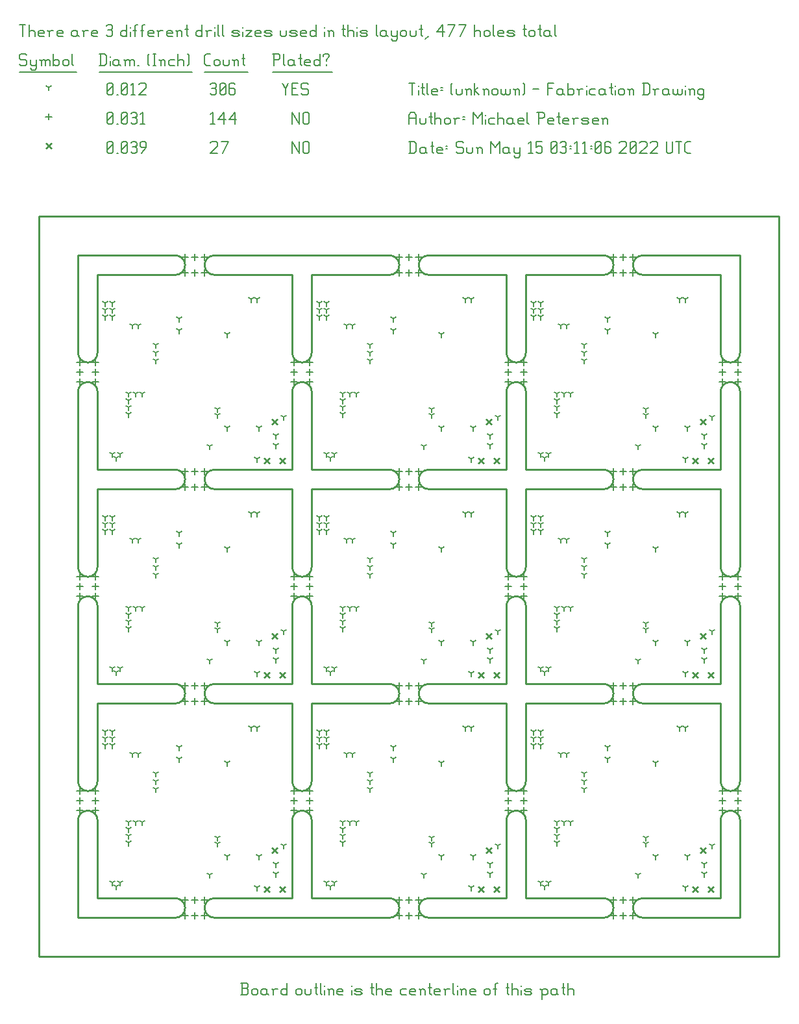
<source format=gbr>
G04 start of page 13 for group -3984 idx -3984 *
G04 Title: (unknown), fab *
G04 Creator: pcb 4.0.2 *
G04 CreationDate: Sun May 15 03:11:06 2022 UTC *
G04 For: railfan *
G04 Format: Gerber/RS-274X *
G04 PCB-Dimensions (mil): 4000.00 4000.00 *
G04 PCB-Coordinate-Origin: lower left *
%MOIN*%
%FSLAX25Y25*%
%LNFAB*%
%ADD47C,0.0100*%
%ADD46C,0.0075*%
%ADD45C,0.0060*%
%ADD44C,0.0001*%
G54D44*G36*
X129800Y286266D02*X132766Y283300D01*
X132200Y282734D01*
X129234Y285700D01*
X129800Y286266D01*
G37*
G36*
X129234Y283300D02*X132200Y286266D01*
X132766Y285700D01*
X129800Y282734D01*
X129234Y283300D01*
G37*
G36*
X133800Y266266D02*X136766Y263300D01*
X136200Y262734D01*
X133234Y265700D01*
X133800Y266266D01*
G37*
G36*
X133234Y263300D02*X136200Y266266D01*
X136766Y265700D01*
X133800Y262734D01*
X133234Y263300D01*
G37*
G36*
X125800Y266266D02*X128766Y263300D01*
X128200Y262734D01*
X125234Y265700D01*
X125800Y266266D01*
G37*
G36*
X125234Y263300D02*X128200Y266266D01*
X128766Y265700D01*
X125800Y262734D01*
X125234Y263300D01*
G37*
G36*
X239800Y286266D02*X242766Y283300D01*
X242200Y282734D01*
X239234Y285700D01*
X239800Y286266D01*
G37*
G36*
X239234Y283300D02*X242200Y286266D01*
X242766Y285700D01*
X239800Y282734D01*
X239234Y283300D01*
G37*
G36*
X243800Y266266D02*X246766Y263300D01*
X246200Y262734D01*
X243234Y265700D01*
X243800Y266266D01*
G37*
G36*
X243234Y263300D02*X246200Y266266D01*
X246766Y265700D01*
X243800Y262734D01*
X243234Y263300D01*
G37*
G36*
X235800Y266266D02*X238766Y263300D01*
X238200Y262734D01*
X235234Y265700D01*
X235800Y266266D01*
G37*
G36*
X235234Y263300D02*X238200Y266266D01*
X238766Y265700D01*
X235800Y262734D01*
X235234Y263300D01*
G37*
G36*
X349800Y286266D02*X352766Y283300D01*
X352200Y282734D01*
X349234Y285700D01*
X349800Y286266D01*
G37*
G36*
X349234Y283300D02*X352200Y286266D01*
X352766Y285700D01*
X349800Y282734D01*
X349234Y283300D01*
G37*
G36*
X353800Y266266D02*X356766Y263300D01*
X356200Y262734D01*
X353234Y265700D01*
X353800Y266266D01*
G37*
G36*
X353234Y263300D02*X356200Y266266D01*
X356766Y265700D01*
X353800Y262734D01*
X353234Y263300D01*
G37*
G36*
X345800Y266266D02*X348766Y263300D01*
X348200Y262734D01*
X345234Y265700D01*
X345800Y266266D01*
G37*
G36*
X345234Y263300D02*X348200Y266266D01*
X348766Y265700D01*
X345800Y262734D01*
X345234Y263300D01*
G37*
G36*
X129800Y176266D02*X132766Y173300D01*
X132200Y172734D01*
X129234Y175700D01*
X129800Y176266D01*
G37*
G36*
X129234Y173300D02*X132200Y176266D01*
X132766Y175700D01*
X129800Y172734D01*
X129234Y173300D01*
G37*
G36*
X133800Y156266D02*X136766Y153300D01*
X136200Y152734D01*
X133234Y155700D01*
X133800Y156266D01*
G37*
G36*
X133234Y153300D02*X136200Y156266D01*
X136766Y155700D01*
X133800Y152734D01*
X133234Y153300D01*
G37*
G36*
X125800Y156266D02*X128766Y153300D01*
X128200Y152734D01*
X125234Y155700D01*
X125800Y156266D01*
G37*
G36*
X125234Y153300D02*X128200Y156266D01*
X128766Y155700D01*
X125800Y152734D01*
X125234Y153300D01*
G37*
G36*
X239800Y176266D02*X242766Y173300D01*
X242200Y172734D01*
X239234Y175700D01*
X239800Y176266D01*
G37*
G36*
X239234Y173300D02*X242200Y176266D01*
X242766Y175700D01*
X239800Y172734D01*
X239234Y173300D01*
G37*
G36*
X243800Y156266D02*X246766Y153300D01*
X246200Y152734D01*
X243234Y155700D01*
X243800Y156266D01*
G37*
G36*
X243234Y153300D02*X246200Y156266D01*
X246766Y155700D01*
X243800Y152734D01*
X243234Y153300D01*
G37*
G36*
X235800Y156266D02*X238766Y153300D01*
X238200Y152734D01*
X235234Y155700D01*
X235800Y156266D01*
G37*
G36*
X235234Y153300D02*X238200Y156266D01*
X238766Y155700D01*
X235800Y152734D01*
X235234Y153300D01*
G37*
G36*
X349800Y176266D02*X352766Y173300D01*
X352200Y172734D01*
X349234Y175700D01*
X349800Y176266D01*
G37*
G36*
X349234Y173300D02*X352200Y176266D01*
X352766Y175700D01*
X349800Y172734D01*
X349234Y173300D01*
G37*
G36*
X353800Y156266D02*X356766Y153300D01*
X356200Y152734D01*
X353234Y155700D01*
X353800Y156266D01*
G37*
G36*
X353234Y153300D02*X356200Y156266D01*
X356766Y155700D01*
X353800Y152734D01*
X353234Y153300D01*
G37*
G36*
X345800Y156266D02*X348766Y153300D01*
X348200Y152734D01*
X345234Y155700D01*
X345800Y156266D01*
G37*
G36*
X345234Y153300D02*X348200Y156266D01*
X348766Y155700D01*
X345800Y152734D01*
X345234Y153300D01*
G37*
G36*
X349800Y66266D02*X352766Y63300D01*
X352200Y62734D01*
X349234Y65700D01*
X349800Y66266D01*
G37*
G36*
X349234Y63300D02*X352200Y66266D01*
X352766Y65700D01*
X349800Y62734D01*
X349234Y63300D01*
G37*
G36*
X353800Y46266D02*X356766Y43300D01*
X356200Y42734D01*
X353234Y45700D01*
X353800Y46266D01*
G37*
G36*
X353234Y43300D02*X356200Y46266D01*
X356766Y45700D01*
X353800Y42734D01*
X353234Y43300D01*
G37*
G36*
X345800Y46266D02*X348766Y43300D01*
X348200Y42734D01*
X345234Y45700D01*
X345800Y46266D01*
G37*
G36*
X345234Y43300D02*X348200Y46266D01*
X348766Y45700D01*
X345800Y42734D01*
X345234Y43300D01*
G37*
G36*
X239800Y66266D02*X242766Y63300D01*
X242200Y62734D01*
X239234Y65700D01*
X239800Y66266D01*
G37*
G36*
X239234Y63300D02*X242200Y66266D01*
X242766Y65700D01*
X239800Y62734D01*
X239234Y63300D01*
G37*
G36*
X243800Y46266D02*X246766Y43300D01*
X246200Y42734D01*
X243234Y45700D01*
X243800Y46266D01*
G37*
G36*
X243234Y43300D02*X246200Y46266D01*
X246766Y45700D01*
X243800Y42734D01*
X243234Y43300D01*
G37*
G36*
X235800Y46266D02*X238766Y43300D01*
X238200Y42734D01*
X235234Y45700D01*
X235800Y46266D01*
G37*
G36*
X235234Y43300D02*X238200Y46266D01*
X238766Y45700D01*
X235800Y42734D01*
X235234Y43300D01*
G37*
G36*
X129800Y66266D02*X132766Y63300D01*
X132200Y62734D01*
X129234Y65700D01*
X129800Y66266D01*
G37*
G36*
X129234Y63300D02*X132200Y66266D01*
X132766Y65700D01*
X129800Y62734D01*
X129234Y63300D01*
G37*
G36*
X133800Y46266D02*X136766Y43300D01*
X136200Y42734D01*
X133234Y45700D01*
X133800Y46266D01*
G37*
G36*
X133234Y43300D02*X136200Y46266D01*
X136766Y45700D01*
X133800Y42734D01*
X133234Y43300D01*
G37*
G36*
X125800Y46266D02*X128766Y43300D01*
X128200Y42734D01*
X125234Y45700D01*
X125800Y46266D01*
G37*
G36*
X125234Y43300D02*X128200Y46266D01*
X128766Y45700D01*
X125800Y42734D01*
X125234Y43300D01*
G37*
G36*
X13800Y428016D02*X16766Y425050D01*
X16200Y424484D01*
X13234Y427450D01*
X13800Y428016D01*
G37*
G36*
X13234Y425050D02*X16200Y428016D01*
X16766Y427450D01*
X13800Y424484D01*
X13234Y425050D01*
G37*
G54D45*X140000Y428500D02*Y422500D01*
Y428500D02*X143750Y422500D01*
Y428500D02*Y422500D01*
X145550Y427750D02*Y423250D01*
Y427750D02*X146300Y428500D01*
X147800D01*
X148550Y427750D01*
Y423250D01*
X147800Y422500D02*X148550Y423250D01*
X146300Y422500D02*X147800D01*
X145550Y423250D02*X146300Y422500D01*
X98000Y427750D02*X98750Y428500D01*
X101000D01*
X101750Y427750D01*
Y426250D01*
X98000Y422500D02*X101750Y426250D01*
X98000Y422500D02*X101750D01*
X104300D02*X107300Y428500D01*
X103550D02*X107300D01*
X45000Y423250D02*X45750Y422500D01*
X45000Y427750D02*Y423250D01*
Y427750D02*X45750Y428500D01*
X47250D01*
X48000Y427750D01*
Y423250D01*
X47250Y422500D02*X48000Y423250D01*
X45750Y422500D02*X47250D01*
X45000Y424000D02*X48000Y427000D01*
X49800Y422500D02*X50550D01*
X52350Y423250D02*X53100Y422500D01*
X52350Y427750D02*Y423250D01*
Y427750D02*X53100Y428500D01*
X54600D01*
X55350Y427750D01*
Y423250D01*
X54600Y422500D02*X55350Y423250D01*
X53100Y422500D02*X54600D01*
X52350Y424000D02*X55350Y427000D01*
X57150Y427750D02*X57900Y428500D01*
X59400D01*
X60150Y427750D01*
X59400Y422500D02*X60150Y423250D01*
X57900Y422500D02*X59400D01*
X57150Y423250D02*X57900Y422500D01*
Y425800D02*X59400D01*
X60150Y427750D02*Y426550D01*
Y425050D02*Y423250D01*
Y425050D02*X59400Y425800D01*
X60150Y426550D02*X59400Y425800D01*
X62700Y422500D02*X64950Y425500D01*
Y427750D02*Y425500D01*
X64200Y428500D02*X64950Y427750D01*
X62700Y428500D02*X64200D01*
X61950Y427750D02*X62700Y428500D01*
X61950Y427750D02*Y426250D01*
X62700Y425500D01*
X64950D01*
X149000Y316600D02*Y313400D01*
X147400Y315000D02*X150600D01*
X149000Y306600D02*Y303400D01*
X147400Y305000D02*X150600D01*
X149000Y311600D02*Y308400D01*
X147400Y310000D02*X150600D01*
X141000Y316600D02*Y313400D01*
X139400Y315000D02*X142600D01*
X141000Y311600D02*Y308400D01*
X139400Y310000D02*X142600D01*
X141000Y306600D02*Y303400D01*
X139400Y305000D02*X142600D01*
X259000Y316600D02*Y313400D01*
X257400Y315000D02*X260600D01*
X259000Y306600D02*Y303400D01*
X257400Y305000D02*X260600D01*
X259000Y311600D02*Y308400D01*
X257400Y310000D02*X260600D01*
X251000Y316600D02*Y313400D01*
X249400Y315000D02*X252600D01*
X251000Y311600D02*Y308400D01*
X249400Y310000D02*X252600D01*
X251000Y306600D02*Y303400D01*
X249400Y305000D02*X252600D01*
X361000Y316600D02*Y313400D01*
X359400Y315000D02*X362600D01*
X361000Y311600D02*Y308400D01*
X359400Y310000D02*X362600D01*
X361000Y306600D02*Y303400D01*
X359400Y305000D02*X362600D01*
X39000Y316600D02*Y313400D01*
X37400Y315000D02*X40600D01*
X39000Y306600D02*Y303400D01*
X37400Y305000D02*X40600D01*
X39000Y311600D02*Y308400D01*
X37400Y310000D02*X40600D01*
X85000Y362600D02*Y359400D01*
X83400Y361000D02*X86600D01*
X90000Y362600D02*Y359400D01*
X88400Y361000D02*X91600D01*
X95000Y362600D02*Y359400D01*
X93400Y361000D02*X96600D01*
X195000Y362600D02*Y359400D01*
X193400Y361000D02*X196600D01*
X200000Y362600D02*Y359400D01*
X198400Y361000D02*X201600D01*
X205000Y362600D02*Y359400D01*
X203400Y361000D02*X206600D01*
X305000Y362600D02*Y359400D01*
X303400Y361000D02*X306600D01*
X310000Y362600D02*Y359400D01*
X308400Y361000D02*X311600D01*
X315000Y362600D02*Y359400D01*
X313400Y361000D02*X316600D01*
X90000Y370600D02*Y367400D01*
X88400Y369000D02*X91600D01*
X95000Y370600D02*Y367400D01*
X93400Y369000D02*X96600D01*
X85000Y370600D02*Y367400D01*
X83400Y369000D02*X86600D01*
X200000Y370600D02*Y367400D01*
X198400Y369000D02*X201600D01*
X205000Y370600D02*Y367400D01*
X203400Y369000D02*X206600D01*
X195000Y370600D02*Y367400D01*
X193400Y369000D02*X196600D01*
X310000Y370600D02*Y367400D01*
X308400Y369000D02*X311600D01*
X315000Y370600D02*Y367400D01*
X313400Y369000D02*X316600D01*
X305000Y370600D02*Y367400D01*
X303400Y369000D02*X306600D01*
X369000Y316600D02*Y313400D01*
X367400Y315000D02*X370600D01*
X369000Y306600D02*Y303400D01*
X367400Y305000D02*X370600D01*
X369000Y311600D02*Y308400D01*
X367400Y310000D02*X370600D01*
X31000Y316600D02*Y313400D01*
X29400Y315000D02*X32600D01*
X31000Y311600D02*Y308400D01*
X29400Y310000D02*X32600D01*
X31000Y306600D02*Y303400D01*
X29400Y305000D02*X32600D01*
X149000Y206600D02*Y203400D01*
X147400Y205000D02*X150600D01*
X149000Y196600D02*Y193400D01*
X147400Y195000D02*X150600D01*
X149000Y201600D02*Y198400D01*
X147400Y200000D02*X150600D01*
X141000Y206600D02*Y203400D01*
X139400Y205000D02*X142600D01*
X141000Y201600D02*Y198400D01*
X139400Y200000D02*X142600D01*
X141000Y196600D02*Y193400D01*
X139400Y195000D02*X142600D01*
X259000Y206600D02*Y203400D01*
X257400Y205000D02*X260600D01*
X259000Y196600D02*Y193400D01*
X257400Y195000D02*X260600D01*
X259000Y201600D02*Y198400D01*
X257400Y200000D02*X260600D01*
X251000Y206600D02*Y203400D01*
X249400Y205000D02*X252600D01*
X251000Y201600D02*Y198400D01*
X249400Y200000D02*X252600D01*
X251000Y196600D02*Y193400D01*
X249400Y195000D02*X252600D01*
X361000Y206600D02*Y203400D01*
X359400Y205000D02*X362600D01*
X361000Y201600D02*Y198400D01*
X359400Y200000D02*X362600D01*
X361000Y196600D02*Y193400D01*
X359400Y195000D02*X362600D01*
X39000Y206600D02*Y203400D01*
X37400Y205000D02*X40600D01*
X39000Y196600D02*Y193400D01*
X37400Y195000D02*X40600D01*
X39000Y201600D02*Y198400D01*
X37400Y200000D02*X40600D01*
X85000Y252600D02*Y249400D01*
X83400Y251000D02*X86600D01*
X90000Y252600D02*Y249400D01*
X88400Y251000D02*X91600D01*
X95000Y252600D02*Y249400D01*
X93400Y251000D02*X96600D01*
X195000Y252600D02*Y249400D01*
X193400Y251000D02*X196600D01*
X200000Y252600D02*Y249400D01*
X198400Y251000D02*X201600D01*
X205000Y252600D02*Y249400D01*
X203400Y251000D02*X206600D01*
X305000Y252600D02*Y249400D01*
X303400Y251000D02*X306600D01*
X310000Y252600D02*Y249400D01*
X308400Y251000D02*X311600D01*
X315000Y252600D02*Y249400D01*
X313400Y251000D02*X316600D01*
X90000Y260600D02*Y257400D01*
X88400Y259000D02*X91600D01*
X95000Y260600D02*Y257400D01*
X93400Y259000D02*X96600D01*
X85000Y260600D02*Y257400D01*
X83400Y259000D02*X86600D01*
X200000Y260600D02*Y257400D01*
X198400Y259000D02*X201600D01*
X205000Y260600D02*Y257400D01*
X203400Y259000D02*X206600D01*
X195000Y260600D02*Y257400D01*
X193400Y259000D02*X196600D01*
X310000Y260600D02*Y257400D01*
X308400Y259000D02*X311600D01*
X315000Y260600D02*Y257400D01*
X313400Y259000D02*X316600D01*
X305000Y260600D02*Y257400D01*
X303400Y259000D02*X306600D01*
X369000Y206600D02*Y203400D01*
X367400Y205000D02*X370600D01*
X369000Y196600D02*Y193400D01*
X367400Y195000D02*X370600D01*
X369000Y201600D02*Y198400D01*
X367400Y200000D02*X370600D01*
X31000Y206600D02*Y203400D01*
X29400Y205000D02*X32600D01*
X31000Y201600D02*Y198400D01*
X29400Y200000D02*X32600D01*
X31000Y196600D02*Y193400D01*
X29400Y195000D02*X32600D01*
X149000Y86600D02*Y83400D01*
X147400Y85000D02*X150600D01*
X149000Y96600D02*Y93400D01*
X147400Y95000D02*X150600D01*
X149000Y91600D02*Y88400D01*
X147400Y90000D02*X150600D01*
X141000Y86600D02*Y83400D01*
X139400Y85000D02*X142600D01*
X141000Y91600D02*Y88400D01*
X139400Y90000D02*X142600D01*
X141000Y96600D02*Y93400D01*
X139400Y95000D02*X142600D01*
X259000Y86600D02*Y83400D01*
X257400Y85000D02*X260600D01*
X259000Y96600D02*Y93400D01*
X257400Y95000D02*X260600D01*
X259000Y91600D02*Y88400D01*
X257400Y90000D02*X260600D01*
X251000Y86600D02*Y83400D01*
X249400Y85000D02*X252600D01*
X251000Y91600D02*Y88400D01*
X249400Y90000D02*X252600D01*
X251000Y96600D02*Y93400D01*
X249400Y95000D02*X252600D01*
X361000Y86600D02*Y83400D01*
X359400Y85000D02*X362600D01*
X361000Y91600D02*Y88400D01*
X359400Y90000D02*X362600D01*
X361000Y96600D02*Y93400D01*
X359400Y95000D02*X362600D01*
X39000Y86600D02*Y83400D01*
X37400Y85000D02*X40600D01*
X39000Y96600D02*Y93400D01*
X37400Y95000D02*X40600D01*
X39000Y91600D02*Y88400D01*
X37400Y90000D02*X40600D01*
X85000Y40600D02*Y37400D01*
X83400Y39000D02*X86600D01*
X90000Y40600D02*Y37400D01*
X88400Y39000D02*X91600D01*
X95000Y40600D02*Y37400D01*
X93400Y39000D02*X96600D01*
X195000Y40600D02*Y37400D01*
X193400Y39000D02*X196600D01*
X200000Y40600D02*Y37400D01*
X198400Y39000D02*X201600D01*
X205000Y40600D02*Y37400D01*
X203400Y39000D02*X206600D01*
X305000Y40600D02*Y37400D01*
X303400Y39000D02*X306600D01*
X310000Y40600D02*Y37400D01*
X308400Y39000D02*X311600D01*
X315000Y40600D02*Y37400D01*
X313400Y39000D02*X316600D01*
X90000Y32600D02*Y29400D01*
X88400Y31000D02*X91600D01*
X95000Y32600D02*Y29400D01*
X93400Y31000D02*X96600D01*
X85000Y32600D02*Y29400D01*
X83400Y31000D02*X86600D01*
X200000Y32600D02*Y29400D01*
X198400Y31000D02*X201600D01*
X205000Y32600D02*Y29400D01*
X203400Y31000D02*X206600D01*
X195000Y32600D02*Y29400D01*
X193400Y31000D02*X196600D01*
X310000Y32600D02*Y29400D01*
X308400Y31000D02*X311600D01*
X315000Y32600D02*Y29400D01*
X313400Y31000D02*X316600D01*
X305000Y32600D02*Y29400D01*
X303400Y31000D02*X306600D01*
X369000Y86600D02*Y83400D01*
X367400Y85000D02*X370600D01*
X369000Y96600D02*Y93400D01*
X367400Y95000D02*X370600D01*
X369000Y91600D02*Y88400D01*
X367400Y90000D02*X370600D01*
X31000Y86600D02*Y83400D01*
X29400Y85000D02*X32600D01*
X31000Y91600D02*Y88400D01*
X29400Y90000D02*X32600D01*
X31000Y96600D02*Y93400D01*
X29400Y95000D02*X32600D01*
X85000Y150600D02*Y147400D01*
X83400Y149000D02*X86600D01*
X90000Y150600D02*Y147400D01*
X88400Y149000D02*X91600D01*
X95000Y150600D02*Y147400D01*
X93400Y149000D02*X96600D01*
X195000Y150600D02*Y147400D01*
X193400Y149000D02*X196600D01*
X200000Y150600D02*Y147400D01*
X198400Y149000D02*X201600D01*
X205000Y150600D02*Y147400D01*
X203400Y149000D02*X206600D01*
X305000Y150600D02*Y147400D01*
X303400Y149000D02*X306600D01*
X310000Y150600D02*Y147400D01*
X308400Y149000D02*X311600D01*
X315000Y150600D02*Y147400D01*
X313400Y149000D02*X316600D01*
X90000Y142600D02*Y139400D01*
X88400Y141000D02*X91600D01*
X95000Y142600D02*Y139400D01*
X93400Y141000D02*X96600D01*
X85000Y142600D02*Y139400D01*
X83400Y141000D02*X86600D01*
X200000Y142600D02*Y139400D01*
X198400Y141000D02*X201600D01*
X205000Y142600D02*Y139400D01*
X203400Y141000D02*X206600D01*
X195000Y142600D02*Y139400D01*
X193400Y141000D02*X196600D01*
X310000Y142600D02*Y139400D01*
X308400Y141000D02*X311600D01*
X315000Y142600D02*Y139400D01*
X313400Y141000D02*X316600D01*
X305000Y142600D02*Y139400D01*
X303400Y141000D02*X306600D01*
X15000Y442850D02*Y439650D01*
X13400Y441250D02*X16600D01*
X140000Y443500D02*Y437500D01*
Y443500D02*X143750Y437500D01*
Y443500D02*Y437500D01*
X145550Y442750D02*Y438250D01*
Y442750D02*X146300Y443500D01*
X147800D01*
X148550Y442750D01*
Y438250D01*
X147800Y437500D02*X148550Y438250D01*
X146300Y437500D02*X147800D01*
X145550Y438250D02*X146300Y437500D01*
X98000Y442300D02*X99200Y443500D01*
Y437500D01*
X98000D02*X100250D01*
X102050Y439750D02*X105050Y443500D01*
X102050Y439750D02*X105800D01*
X105050Y443500D02*Y437500D01*
X107600Y439750D02*X110600Y443500D01*
X107600Y439750D02*X111350D01*
X110600Y443500D02*Y437500D01*
X45000Y438250D02*X45750Y437500D01*
X45000Y442750D02*Y438250D01*
Y442750D02*X45750Y443500D01*
X47250D01*
X48000Y442750D01*
Y438250D01*
X47250Y437500D02*X48000Y438250D01*
X45750Y437500D02*X47250D01*
X45000Y439000D02*X48000Y442000D01*
X49800Y437500D02*X50550D01*
X52350Y438250D02*X53100Y437500D01*
X52350Y442750D02*Y438250D01*
Y442750D02*X53100Y443500D01*
X54600D01*
X55350Y442750D01*
Y438250D01*
X54600Y437500D02*X55350Y438250D01*
X53100Y437500D02*X54600D01*
X52350Y439000D02*X55350Y442000D01*
X57150Y442750D02*X57900Y443500D01*
X59400D01*
X60150Y442750D01*
X59400Y437500D02*X60150Y438250D01*
X57900Y437500D02*X59400D01*
X57150Y438250D02*X57900Y437500D01*
Y440800D02*X59400D01*
X60150Y442750D02*Y441550D01*
Y440050D02*Y438250D01*
Y440050D02*X59400Y440800D01*
X60150Y441550D02*X59400Y440800D01*
X61950Y442300D02*X63150Y443500D01*
Y437500D01*
X61950D02*X64200D01*
X70000Y324000D02*Y322400D01*
Y324000D02*X71387Y324800D01*
X70000Y324000D02*X68613Y324800D01*
X70000Y320000D02*Y318400D01*
Y320000D02*X71387Y320800D01*
X70000Y320000D02*X68613Y320800D01*
X70000Y316000D02*Y314400D01*
Y316000D02*X71387Y316800D01*
X70000Y316000D02*X68613Y316800D01*
X63000Y299000D02*Y297400D01*
Y299000D02*X64387Y299800D01*
X63000Y299000D02*X61613Y299800D01*
X59500Y299000D02*Y297400D01*
Y299000D02*X60887Y299800D01*
X59500Y299000D02*X58113Y299800D01*
X56000Y299000D02*Y297400D01*
Y299000D02*X57387Y299800D01*
X56000Y299000D02*X54613Y299800D01*
X56000Y295500D02*Y293900D01*
Y295500D02*X57387Y296300D01*
X56000Y295500D02*X54613Y296300D01*
X56000Y292000D02*Y290400D01*
Y292000D02*X57387Y292800D01*
X56000Y292000D02*X54613Y292800D01*
X56000Y288500D02*Y286900D01*
Y288500D02*X57387Y289300D01*
X56000Y288500D02*X54613Y289300D01*
X82000Y331500D02*Y329900D01*
Y331500D02*X83387Y332300D01*
X82000Y331500D02*X80613Y332300D01*
X82000Y337500D02*Y335900D01*
Y337500D02*X83387Y338300D01*
X82000Y337500D02*X80613Y338300D01*
X51500Y268000D02*Y266400D01*
Y268000D02*X52887Y268800D01*
X51500Y268000D02*X50113Y268800D01*
X47500Y268000D02*Y266400D01*
Y268000D02*X48887Y268800D01*
X47500Y268000D02*X46113Y268800D01*
X49500Y266000D02*Y264400D01*
Y266000D02*X50887Y266800D01*
X49500Y266000D02*X48113Y266800D01*
X97500Y272000D02*Y270400D01*
Y272000D02*X98887Y272800D01*
X97500Y272000D02*X96113Y272800D01*
X135500Y287000D02*Y285400D01*
Y287000D02*X136887Y287800D01*
X135500Y287000D02*X134113Y287800D01*
X131500Y277500D02*Y275900D01*
Y277500D02*X132887Y278300D01*
X131500Y277500D02*X130113Y278300D01*
X123000Y281500D02*Y279900D01*
Y281500D02*X124387Y282300D01*
X123000Y281500D02*X121613Y282300D01*
X131500Y272500D02*Y270900D01*
Y272500D02*X132887Y273300D01*
X131500Y272500D02*X130113Y273300D01*
X122000Y265500D02*Y263900D01*
Y265500D02*X123387Y266300D01*
X122000Y265500D02*X120613Y266300D01*
X106500Y281500D02*Y279900D01*
Y281500D02*X107887Y282300D01*
X106500Y281500D02*X105113Y282300D01*
X58000Y334000D02*Y332400D01*
Y334000D02*X59387Y334800D01*
X58000Y334000D02*X56613Y334800D01*
X61000Y334000D02*Y332400D01*
Y334000D02*X62387Y334800D01*
X61000Y334000D02*X59613Y334800D01*
X44000Y345500D02*Y343900D01*
Y345500D02*X45387Y346300D01*
X44000Y345500D02*X42613Y346300D01*
X44000Y342000D02*Y340400D01*
Y342000D02*X45387Y342800D01*
X44000Y342000D02*X42613Y342800D01*
X44000Y338500D02*Y336900D01*
Y338500D02*X45387Y339300D01*
X44000Y338500D02*X42613Y339300D01*
X122000Y347500D02*Y345900D01*
Y347500D02*X123387Y348300D01*
X122000Y347500D02*X120613Y348300D01*
X119000Y347500D02*Y345900D01*
Y347500D02*X120387Y348300D01*
X119000Y347500D02*X117613Y348300D01*
X106500Y329500D02*Y327900D01*
Y329500D02*X107887Y330300D01*
X106500Y329500D02*X105113Y330300D01*
X47500Y345500D02*Y343900D01*
Y345500D02*X48887Y346300D01*
X47500Y345500D02*X46113Y346300D01*
X47500Y342000D02*Y340400D01*
Y342000D02*X48887Y342800D01*
X47500Y342000D02*X46113Y342800D01*
X47500Y338500D02*Y336900D01*
Y338500D02*X48887Y339300D01*
X47500Y338500D02*X46113Y339300D01*
X101500Y291000D02*Y289400D01*
Y291000D02*X102887Y291800D01*
X101500Y291000D02*X100113Y291800D01*
X101500Y288000D02*Y286400D01*
Y288000D02*X102887Y288800D01*
X101500Y288000D02*X100113Y288800D01*
X180000Y324000D02*Y322400D01*
Y324000D02*X181387Y324800D01*
X180000Y324000D02*X178613Y324800D01*
X180000Y320000D02*Y318400D01*
Y320000D02*X181387Y320800D01*
X180000Y320000D02*X178613Y320800D01*
X180000Y316000D02*Y314400D01*
Y316000D02*X181387Y316800D01*
X180000Y316000D02*X178613Y316800D01*
X173000Y299000D02*Y297400D01*
Y299000D02*X174387Y299800D01*
X173000Y299000D02*X171613Y299800D01*
X169500Y299000D02*Y297400D01*
Y299000D02*X170887Y299800D01*
X169500Y299000D02*X168113Y299800D01*
X166000Y299000D02*Y297400D01*
Y299000D02*X167387Y299800D01*
X166000Y299000D02*X164613Y299800D01*
X166000Y295500D02*Y293900D01*
Y295500D02*X167387Y296300D01*
X166000Y295500D02*X164613Y296300D01*
X166000Y292000D02*Y290400D01*
Y292000D02*X167387Y292800D01*
X166000Y292000D02*X164613Y292800D01*
X166000Y288500D02*Y286900D01*
Y288500D02*X167387Y289300D01*
X166000Y288500D02*X164613Y289300D01*
X192000Y331500D02*Y329900D01*
Y331500D02*X193387Y332300D01*
X192000Y331500D02*X190613Y332300D01*
X192000Y337500D02*Y335900D01*
Y337500D02*X193387Y338300D01*
X192000Y337500D02*X190613Y338300D01*
X161500Y268000D02*Y266400D01*
Y268000D02*X162887Y268800D01*
X161500Y268000D02*X160113Y268800D01*
X157500Y268000D02*Y266400D01*
Y268000D02*X158887Y268800D01*
X157500Y268000D02*X156113Y268800D01*
X159500Y266000D02*Y264400D01*
Y266000D02*X160887Y266800D01*
X159500Y266000D02*X158113Y266800D01*
X207500Y272000D02*Y270400D01*
Y272000D02*X208887Y272800D01*
X207500Y272000D02*X206113Y272800D01*
X245500Y287000D02*Y285400D01*
Y287000D02*X246887Y287800D01*
X245500Y287000D02*X244113Y287800D01*
X241500Y277500D02*Y275900D01*
Y277500D02*X242887Y278300D01*
X241500Y277500D02*X240113Y278300D01*
X233000Y281500D02*Y279900D01*
Y281500D02*X234387Y282300D01*
X233000Y281500D02*X231613Y282300D01*
X241500Y272500D02*Y270900D01*
Y272500D02*X242887Y273300D01*
X241500Y272500D02*X240113Y273300D01*
X232000Y265500D02*Y263900D01*
Y265500D02*X233387Y266300D01*
X232000Y265500D02*X230613Y266300D01*
X216500Y281500D02*Y279900D01*
Y281500D02*X217887Y282300D01*
X216500Y281500D02*X215113Y282300D01*
X168000Y334000D02*Y332400D01*
Y334000D02*X169387Y334800D01*
X168000Y334000D02*X166613Y334800D01*
X171000Y334000D02*Y332400D01*
Y334000D02*X172387Y334800D01*
X171000Y334000D02*X169613Y334800D01*
X154000Y345500D02*Y343900D01*
Y345500D02*X155387Y346300D01*
X154000Y345500D02*X152613Y346300D01*
X154000Y342000D02*Y340400D01*
Y342000D02*X155387Y342800D01*
X154000Y342000D02*X152613Y342800D01*
X154000Y338500D02*Y336900D01*
Y338500D02*X155387Y339300D01*
X154000Y338500D02*X152613Y339300D01*
X232000Y347500D02*Y345900D01*
Y347500D02*X233387Y348300D01*
X232000Y347500D02*X230613Y348300D01*
X229000Y347500D02*Y345900D01*
Y347500D02*X230387Y348300D01*
X229000Y347500D02*X227613Y348300D01*
X216500Y329500D02*Y327900D01*
Y329500D02*X217887Y330300D01*
X216500Y329500D02*X215113Y330300D01*
X157500Y345500D02*Y343900D01*
Y345500D02*X158887Y346300D01*
X157500Y345500D02*X156113Y346300D01*
X157500Y342000D02*Y340400D01*
Y342000D02*X158887Y342800D01*
X157500Y342000D02*X156113Y342800D01*
X157500Y338500D02*Y336900D01*
Y338500D02*X158887Y339300D01*
X157500Y338500D02*X156113Y339300D01*
X211500Y291000D02*Y289400D01*
Y291000D02*X212887Y291800D01*
X211500Y291000D02*X210113Y291800D01*
X211500Y288000D02*Y286400D01*
Y288000D02*X212887Y288800D01*
X211500Y288000D02*X210113Y288800D01*
X290000Y324000D02*Y322400D01*
Y324000D02*X291387Y324800D01*
X290000Y324000D02*X288613Y324800D01*
X290000Y320000D02*Y318400D01*
Y320000D02*X291387Y320800D01*
X290000Y320000D02*X288613Y320800D01*
X290000Y316000D02*Y314400D01*
Y316000D02*X291387Y316800D01*
X290000Y316000D02*X288613Y316800D01*
X283000Y299000D02*Y297400D01*
Y299000D02*X284387Y299800D01*
X283000Y299000D02*X281613Y299800D01*
X279500Y299000D02*Y297400D01*
Y299000D02*X280887Y299800D01*
X279500Y299000D02*X278113Y299800D01*
X276000Y299000D02*Y297400D01*
Y299000D02*X277387Y299800D01*
X276000Y299000D02*X274613Y299800D01*
X276000Y295500D02*Y293900D01*
Y295500D02*X277387Y296300D01*
X276000Y295500D02*X274613Y296300D01*
X276000Y292000D02*Y290400D01*
Y292000D02*X277387Y292800D01*
X276000Y292000D02*X274613Y292800D01*
X276000Y288500D02*Y286900D01*
Y288500D02*X277387Y289300D01*
X276000Y288500D02*X274613Y289300D01*
X302000Y331500D02*Y329900D01*
Y331500D02*X303387Y332300D01*
X302000Y331500D02*X300613Y332300D01*
X302000Y337500D02*Y335900D01*
Y337500D02*X303387Y338300D01*
X302000Y337500D02*X300613Y338300D01*
X271500Y268000D02*Y266400D01*
Y268000D02*X272887Y268800D01*
X271500Y268000D02*X270113Y268800D01*
X267500Y268000D02*Y266400D01*
Y268000D02*X268887Y268800D01*
X267500Y268000D02*X266113Y268800D01*
X269500Y266000D02*Y264400D01*
Y266000D02*X270887Y266800D01*
X269500Y266000D02*X268113Y266800D01*
X317500Y272000D02*Y270400D01*
Y272000D02*X318887Y272800D01*
X317500Y272000D02*X316113Y272800D01*
X355500Y287000D02*Y285400D01*
Y287000D02*X356887Y287800D01*
X355500Y287000D02*X354113Y287800D01*
X351500Y277500D02*Y275900D01*
Y277500D02*X352887Y278300D01*
X351500Y277500D02*X350113Y278300D01*
X343000Y281500D02*Y279900D01*
Y281500D02*X344387Y282300D01*
X343000Y281500D02*X341613Y282300D01*
X351500Y272500D02*Y270900D01*
Y272500D02*X352887Y273300D01*
X351500Y272500D02*X350113Y273300D01*
X342000Y265500D02*Y263900D01*
Y265500D02*X343387Y266300D01*
X342000Y265500D02*X340613Y266300D01*
X326500Y281500D02*Y279900D01*
Y281500D02*X327887Y282300D01*
X326500Y281500D02*X325113Y282300D01*
X278000Y334000D02*Y332400D01*
Y334000D02*X279387Y334800D01*
X278000Y334000D02*X276613Y334800D01*
X281000Y334000D02*Y332400D01*
Y334000D02*X282387Y334800D01*
X281000Y334000D02*X279613Y334800D01*
X264000Y345500D02*Y343900D01*
Y345500D02*X265387Y346300D01*
X264000Y345500D02*X262613Y346300D01*
X264000Y342000D02*Y340400D01*
Y342000D02*X265387Y342800D01*
X264000Y342000D02*X262613Y342800D01*
X264000Y338500D02*Y336900D01*
Y338500D02*X265387Y339300D01*
X264000Y338500D02*X262613Y339300D01*
X342000Y347500D02*Y345900D01*
Y347500D02*X343387Y348300D01*
X342000Y347500D02*X340613Y348300D01*
X339000Y347500D02*Y345900D01*
Y347500D02*X340387Y348300D01*
X339000Y347500D02*X337613Y348300D01*
X326500Y329500D02*Y327900D01*
Y329500D02*X327887Y330300D01*
X326500Y329500D02*X325113Y330300D01*
X267500Y345500D02*Y343900D01*
Y345500D02*X268887Y346300D01*
X267500Y345500D02*X266113Y346300D01*
X267500Y342000D02*Y340400D01*
Y342000D02*X268887Y342800D01*
X267500Y342000D02*X266113Y342800D01*
X267500Y338500D02*Y336900D01*
Y338500D02*X268887Y339300D01*
X267500Y338500D02*X266113Y339300D01*
X321500Y291000D02*Y289400D01*
Y291000D02*X322887Y291800D01*
X321500Y291000D02*X320113Y291800D01*
X321500Y288000D02*Y286400D01*
Y288000D02*X322887Y288800D01*
X321500Y288000D02*X320113Y288800D01*
X70000Y214000D02*Y212400D01*
Y214000D02*X71387Y214800D01*
X70000Y214000D02*X68613Y214800D01*
X70000Y210000D02*Y208400D01*
Y210000D02*X71387Y210800D01*
X70000Y210000D02*X68613Y210800D01*
X70000Y206000D02*Y204400D01*
Y206000D02*X71387Y206800D01*
X70000Y206000D02*X68613Y206800D01*
X63000Y189000D02*Y187400D01*
Y189000D02*X64387Y189800D01*
X63000Y189000D02*X61613Y189800D01*
X59500Y189000D02*Y187400D01*
Y189000D02*X60887Y189800D01*
X59500Y189000D02*X58113Y189800D01*
X56000Y189000D02*Y187400D01*
Y189000D02*X57387Y189800D01*
X56000Y189000D02*X54613Y189800D01*
X56000Y185500D02*Y183900D01*
Y185500D02*X57387Y186300D01*
X56000Y185500D02*X54613Y186300D01*
X56000Y182000D02*Y180400D01*
Y182000D02*X57387Y182800D01*
X56000Y182000D02*X54613Y182800D01*
X56000Y178500D02*Y176900D01*
Y178500D02*X57387Y179300D01*
X56000Y178500D02*X54613Y179300D01*
X82000Y221500D02*Y219900D01*
Y221500D02*X83387Y222300D01*
X82000Y221500D02*X80613Y222300D01*
X82000Y227500D02*Y225900D01*
Y227500D02*X83387Y228300D01*
X82000Y227500D02*X80613Y228300D01*
X51500Y158000D02*Y156400D01*
Y158000D02*X52887Y158800D01*
X51500Y158000D02*X50113Y158800D01*
X47500Y158000D02*Y156400D01*
Y158000D02*X48887Y158800D01*
X47500Y158000D02*X46113Y158800D01*
X49500Y156000D02*Y154400D01*
Y156000D02*X50887Y156800D01*
X49500Y156000D02*X48113Y156800D01*
X97500Y162000D02*Y160400D01*
Y162000D02*X98887Y162800D01*
X97500Y162000D02*X96113Y162800D01*
X135500Y177000D02*Y175400D01*
Y177000D02*X136887Y177800D01*
X135500Y177000D02*X134113Y177800D01*
X131500Y167500D02*Y165900D01*
Y167500D02*X132887Y168300D01*
X131500Y167500D02*X130113Y168300D01*
X123000Y171500D02*Y169900D01*
Y171500D02*X124387Y172300D01*
X123000Y171500D02*X121613Y172300D01*
X131500Y162500D02*Y160900D01*
Y162500D02*X132887Y163300D01*
X131500Y162500D02*X130113Y163300D01*
X122000Y155500D02*Y153900D01*
Y155500D02*X123387Y156300D01*
X122000Y155500D02*X120613Y156300D01*
X106500Y171500D02*Y169900D01*
Y171500D02*X107887Y172300D01*
X106500Y171500D02*X105113Y172300D01*
X58000Y224000D02*Y222400D01*
Y224000D02*X59387Y224800D01*
X58000Y224000D02*X56613Y224800D01*
X61000Y224000D02*Y222400D01*
Y224000D02*X62387Y224800D01*
X61000Y224000D02*X59613Y224800D01*
X44000Y235500D02*Y233900D01*
Y235500D02*X45387Y236300D01*
X44000Y235500D02*X42613Y236300D01*
X44000Y232000D02*Y230400D01*
Y232000D02*X45387Y232800D01*
X44000Y232000D02*X42613Y232800D01*
X44000Y228500D02*Y226900D01*
Y228500D02*X45387Y229300D01*
X44000Y228500D02*X42613Y229300D01*
X122000Y237500D02*Y235900D01*
Y237500D02*X123387Y238300D01*
X122000Y237500D02*X120613Y238300D01*
X119000Y237500D02*Y235900D01*
Y237500D02*X120387Y238300D01*
X119000Y237500D02*X117613Y238300D01*
X106500Y219500D02*Y217900D01*
Y219500D02*X107887Y220300D01*
X106500Y219500D02*X105113Y220300D01*
X47500Y235500D02*Y233900D01*
Y235500D02*X48887Y236300D01*
X47500Y235500D02*X46113Y236300D01*
X47500Y232000D02*Y230400D01*
Y232000D02*X48887Y232800D01*
X47500Y232000D02*X46113Y232800D01*
X47500Y228500D02*Y226900D01*
Y228500D02*X48887Y229300D01*
X47500Y228500D02*X46113Y229300D01*
X101500Y181000D02*Y179400D01*
Y181000D02*X102887Y181800D01*
X101500Y181000D02*X100113Y181800D01*
X101500Y178000D02*Y176400D01*
Y178000D02*X102887Y178800D01*
X101500Y178000D02*X100113Y178800D01*
X180000Y214000D02*Y212400D01*
Y214000D02*X181387Y214800D01*
X180000Y214000D02*X178613Y214800D01*
X180000Y210000D02*Y208400D01*
Y210000D02*X181387Y210800D01*
X180000Y210000D02*X178613Y210800D01*
X180000Y206000D02*Y204400D01*
Y206000D02*X181387Y206800D01*
X180000Y206000D02*X178613Y206800D01*
X173000Y189000D02*Y187400D01*
Y189000D02*X174387Y189800D01*
X173000Y189000D02*X171613Y189800D01*
X169500Y189000D02*Y187400D01*
Y189000D02*X170887Y189800D01*
X169500Y189000D02*X168113Y189800D01*
X166000Y189000D02*Y187400D01*
Y189000D02*X167387Y189800D01*
X166000Y189000D02*X164613Y189800D01*
X166000Y185500D02*Y183900D01*
Y185500D02*X167387Y186300D01*
X166000Y185500D02*X164613Y186300D01*
X166000Y182000D02*Y180400D01*
Y182000D02*X167387Y182800D01*
X166000Y182000D02*X164613Y182800D01*
X166000Y178500D02*Y176900D01*
Y178500D02*X167387Y179300D01*
X166000Y178500D02*X164613Y179300D01*
X192000Y221500D02*Y219900D01*
Y221500D02*X193387Y222300D01*
X192000Y221500D02*X190613Y222300D01*
X192000Y227500D02*Y225900D01*
Y227500D02*X193387Y228300D01*
X192000Y227500D02*X190613Y228300D01*
X161500Y158000D02*Y156400D01*
Y158000D02*X162887Y158800D01*
X161500Y158000D02*X160113Y158800D01*
X157500Y158000D02*Y156400D01*
Y158000D02*X158887Y158800D01*
X157500Y158000D02*X156113Y158800D01*
X159500Y156000D02*Y154400D01*
Y156000D02*X160887Y156800D01*
X159500Y156000D02*X158113Y156800D01*
X207500Y162000D02*Y160400D01*
Y162000D02*X208887Y162800D01*
X207500Y162000D02*X206113Y162800D01*
X245500Y177000D02*Y175400D01*
Y177000D02*X246887Y177800D01*
X245500Y177000D02*X244113Y177800D01*
X241500Y167500D02*Y165900D01*
Y167500D02*X242887Y168300D01*
X241500Y167500D02*X240113Y168300D01*
X233000Y171500D02*Y169900D01*
Y171500D02*X234387Y172300D01*
X233000Y171500D02*X231613Y172300D01*
X241500Y162500D02*Y160900D01*
Y162500D02*X242887Y163300D01*
X241500Y162500D02*X240113Y163300D01*
X232000Y155500D02*Y153900D01*
Y155500D02*X233387Y156300D01*
X232000Y155500D02*X230613Y156300D01*
X216500Y171500D02*Y169900D01*
Y171500D02*X217887Y172300D01*
X216500Y171500D02*X215113Y172300D01*
X168000Y224000D02*Y222400D01*
Y224000D02*X169387Y224800D01*
X168000Y224000D02*X166613Y224800D01*
X171000Y224000D02*Y222400D01*
Y224000D02*X172387Y224800D01*
X171000Y224000D02*X169613Y224800D01*
X154000Y235500D02*Y233900D01*
Y235500D02*X155387Y236300D01*
X154000Y235500D02*X152613Y236300D01*
X154000Y232000D02*Y230400D01*
Y232000D02*X155387Y232800D01*
X154000Y232000D02*X152613Y232800D01*
X154000Y228500D02*Y226900D01*
Y228500D02*X155387Y229300D01*
X154000Y228500D02*X152613Y229300D01*
X232000Y237500D02*Y235900D01*
Y237500D02*X233387Y238300D01*
X232000Y237500D02*X230613Y238300D01*
X229000Y237500D02*Y235900D01*
Y237500D02*X230387Y238300D01*
X229000Y237500D02*X227613Y238300D01*
X216500Y219500D02*Y217900D01*
Y219500D02*X217887Y220300D01*
X216500Y219500D02*X215113Y220300D01*
X157500Y235500D02*Y233900D01*
Y235500D02*X158887Y236300D01*
X157500Y235500D02*X156113Y236300D01*
X157500Y232000D02*Y230400D01*
Y232000D02*X158887Y232800D01*
X157500Y232000D02*X156113Y232800D01*
X157500Y228500D02*Y226900D01*
Y228500D02*X158887Y229300D01*
X157500Y228500D02*X156113Y229300D01*
X211500Y181000D02*Y179400D01*
Y181000D02*X212887Y181800D01*
X211500Y181000D02*X210113Y181800D01*
X211500Y178000D02*Y176400D01*
Y178000D02*X212887Y178800D01*
X211500Y178000D02*X210113Y178800D01*
X290000Y214000D02*Y212400D01*
Y214000D02*X291387Y214800D01*
X290000Y214000D02*X288613Y214800D01*
X290000Y210000D02*Y208400D01*
Y210000D02*X291387Y210800D01*
X290000Y210000D02*X288613Y210800D01*
X290000Y206000D02*Y204400D01*
Y206000D02*X291387Y206800D01*
X290000Y206000D02*X288613Y206800D01*
X283000Y189000D02*Y187400D01*
Y189000D02*X284387Y189800D01*
X283000Y189000D02*X281613Y189800D01*
X279500Y189000D02*Y187400D01*
Y189000D02*X280887Y189800D01*
X279500Y189000D02*X278113Y189800D01*
X276000Y189000D02*Y187400D01*
Y189000D02*X277387Y189800D01*
X276000Y189000D02*X274613Y189800D01*
X276000Y185500D02*Y183900D01*
Y185500D02*X277387Y186300D01*
X276000Y185500D02*X274613Y186300D01*
X276000Y182000D02*Y180400D01*
Y182000D02*X277387Y182800D01*
X276000Y182000D02*X274613Y182800D01*
X276000Y178500D02*Y176900D01*
Y178500D02*X277387Y179300D01*
X276000Y178500D02*X274613Y179300D01*
X302000Y221500D02*Y219900D01*
Y221500D02*X303387Y222300D01*
X302000Y221500D02*X300613Y222300D01*
X302000Y227500D02*Y225900D01*
Y227500D02*X303387Y228300D01*
X302000Y227500D02*X300613Y228300D01*
X271500Y158000D02*Y156400D01*
Y158000D02*X272887Y158800D01*
X271500Y158000D02*X270113Y158800D01*
X267500Y158000D02*Y156400D01*
Y158000D02*X268887Y158800D01*
X267500Y158000D02*X266113Y158800D01*
X269500Y156000D02*Y154400D01*
Y156000D02*X270887Y156800D01*
X269500Y156000D02*X268113Y156800D01*
X317500Y162000D02*Y160400D01*
Y162000D02*X318887Y162800D01*
X317500Y162000D02*X316113Y162800D01*
X355500Y177000D02*Y175400D01*
Y177000D02*X356887Y177800D01*
X355500Y177000D02*X354113Y177800D01*
X351500Y167500D02*Y165900D01*
Y167500D02*X352887Y168300D01*
X351500Y167500D02*X350113Y168300D01*
X343000Y171500D02*Y169900D01*
Y171500D02*X344387Y172300D01*
X343000Y171500D02*X341613Y172300D01*
X351500Y162500D02*Y160900D01*
Y162500D02*X352887Y163300D01*
X351500Y162500D02*X350113Y163300D01*
X342000Y155500D02*Y153900D01*
Y155500D02*X343387Y156300D01*
X342000Y155500D02*X340613Y156300D01*
X326500Y171500D02*Y169900D01*
Y171500D02*X327887Y172300D01*
X326500Y171500D02*X325113Y172300D01*
X278000Y224000D02*Y222400D01*
Y224000D02*X279387Y224800D01*
X278000Y224000D02*X276613Y224800D01*
X281000Y224000D02*Y222400D01*
Y224000D02*X282387Y224800D01*
X281000Y224000D02*X279613Y224800D01*
X264000Y235500D02*Y233900D01*
Y235500D02*X265387Y236300D01*
X264000Y235500D02*X262613Y236300D01*
X264000Y232000D02*Y230400D01*
Y232000D02*X265387Y232800D01*
X264000Y232000D02*X262613Y232800D01*
X264000Y228500D02*Y226900D01*
Y228500D02*X265387Y229300D01*
X264000Y228500D02*X262613Y229300D01*
X342000Y237500D02*Y235900D01*
Y237500D02*X343387Y238300D01*
X342000Y237500D02*X340613Y238300D01*
X339000Y237500D02*Y235900D01*
Y237500D02*X340387Y238300D01*
X339000Y237500D02*X337613Y238300D01*
X326500Y219500D02*Y217900D01*
Y219500D02*X327887Y220300D01*
X326500Y219500D02*X325113Y220300D01*
X267500Y235500D02*Y233900D01*
Y235500D02*X268887Y236300D01*
X267500Y235500D02*X266113Y236300D01*
X267500Y232000D02*Y230400D01*
Y232000D02*X268887Y232800D01*
X267500Y232000D02*X266113Y232800D01*
X267500Y228500D02*Y226900D01*
Y228500D02*X268887Y229300D01*
X267500Y228500D02*X266113Y229300D01*
X321500Y181000D02*Y179400D01*
Y181000D02*X322887Y181800D01*
X321500Y181000D02*X320113Y181800D01*
X321500Y178000D02*Y176400D01*
Y178000D02*X322887Y178800D01*
X321500Y178000D02*X320113Y178800D01*
X290000Y104000D02*Y102400D01*
Y104000D02*X291387Y104800D01*
X290000Y104000D02*X288613Y104800D01*
X290000Y100000D02*Y98400D01*
Y100000D02*X291387Y100800D01*
X290000Y100000D02*X288613Y100800D01*
X290000Y96000D02*Y94400D01*
Y96000D02*X291387Y96800D01*
X290000Y96000D02*X288613Y96800D01*
X283000Y79000D02*Y77400D01*
Y79000D02*X284387Y79800D01*
X283000Y79000D02*X281613Y79800D01*
X279500Y79000D02*Y77400D01*
Y79000D02*X280887Y79800D01*
X279500Y79000D02*X278113Y79800D01*
X276000Y79000D02*Y77400D01*
Y79000D02*X277387Y79800D01*
X276000Y79000D02*X274613Y79800D01*
X276000Y75500D02*Y73900D01*
Y75500D02*X277387Y76300D01*
X276000Y75500D02*X274613Y76300D01*
X276000Y72000D02*Y70400D01*
Y72000D02*X277387Y72800D01*
X276000Y72000D02*X274613Y72800D01*
X276000Y68500D02*Y66900D01*
Y68500D02*X277387Y69300D01*
X276000Y68500D02*X274613Y69300D01*
X302000Y111500D02*Y109900D01*
Y111500D02*X303387Y112300D01*
X302000Y111500D02*X300613Y112300D01*
X302000Y117500D02*Y115900D01*
Y117500D02*X303387Y118300D01*
X302000Y117500D02*X300613Y118300D01*
X271500Y48000D02*Y46400D01*
Y48000D02*X272887Y48800D01*
X271500Y48000D02*X270113Y48800D01*
X267500Y48000D02*Y46400D01*
Y48000D02*X268887Y48800D01*
X267500Y48000D02*X266113Y48800D01*
X269500Y46000D02*Y44400D01*
Y46000D02*X270887Y46800D01*
X269500Y46000D02*X268113Y46800D01*
X317500Y52000D02*Y50400D01*
Y52000D02*X318887Y52800D01*
X317500Y52000D02*X316113Y52800D01*
X355500Y67000D02*Y65400D01*
Y67000D02*X356887Y67800D01*
X355500Y67000D02*X354113Y67800D01*
X351500Y57500D02*Y55900D01*
Y57500D02*X352887Y58300D01*
X351500Y57500D02*X350113Y58300D01*
X343000Y61500D02*Y59900D01*
Y61500D02*X344387Y62300D01*
X343000Y61500D02*X341613Y62300D01*
X351500Y52500D02*Y50900D01*
Y52500D02*X352887Y53300D01*
X351500Y52500D02*X350113Y53300D01*
X342000Y45500D02*Y43900D01*
Y45500D02*X343387Y46300D01*
X342000Y45500D02*X340613Y46300D01*
X326500Y61500D02*Y59900D01*
Y61500D02*X327887Y62300D01*
X326500Y61500D02*X325113Y62300D01*
X278000Y114000D02*Y112400D01*
Y114000D02*X279387Y114800D01*
X278000Y114000D02*X276613Y114800D01*
X281000Y114000D02*Y112400D01*
Y114000D02*X282387Y114800D01*
X281000Y114000D02*X279613Y114800D01*
X264000Y125500D02*Y123900D01*
Y125500D02*X265387Y126300D01*
X264000Y125500D02*X262613Y126300D01*
X264000Y122000D02*Y120400D01*
Y122000D02*X265387Y122800D01*
X264000Y122000D02*X262613Y122800D01*
X264000Y118500D02*Y116900D01*
Y118500D02*X265387Y119300D01*
X264000Y118500D02*X262613Y119300D01*
X342000Y127500D02*Y125900D01*
Y127500D02*X343387Y128300D01*
X342000Y127500D02*X340613Y128300D01*
X339000Y127500D02*Y125900D01*
Y127500D02*X340387Y128300D01*
X339000Y127500D02*X337613Y128300D01*
X326500Y109500D02*Y107900D01*
Y109500D02*X327887Y110300D01*
X326500Y109500D02*X325113Y110300D01*
X267500Y125500D02*Y123900D01*
Y125500D02*X268887Y126300D01*
X267500Y125500D02*X266113Y126300D01*
X267500Y122000D02*Y120400D01*
Y122000D02*X268887Y122800D01*
X267500Y122000D02*X266113Y122800D01*
X267500Y118500D02*Y116900D01*
Y118500D02*X268887Y119300D01*
X267500Y118500D02*X266113Y119300D01*
X321500Y71000D02*Y69400D01*
Y71000D02*X322887Y71800D01*
X321500Y71000D02*X320113Y71800D01*
X321500Y68000D02*Y66400D01*
Y68000D02*X322887Y68800D01*
X321500Y68000D02*X320113Y68800D01*
X180000Y104000D02*Y102400D01*
Y104000D02*X181387Y104800D01*
X180000Y104000D02*X178613Y104800D01*
X180000Y100000D02*Y98400D01*
Y100000D02*X181387Y100800D01*
X180000Y100000D02*X178613Y100800D01*
X180000Y96000D02*Y94400D01*
Y96000D02*X181387Y96800D01*
X180000Y96000D02*X178613Y96800D01*
X173000Y79000D02*Y77400D01*
Y79000D02*X174387Y79800D01*
X173000Y79000D02*X171613Y79800D01*
X169500Y79000D02*Y77400D01*
Y79000D02*X170887Y79800D01*
X169500Y79000D02*X168113Y79800D01*
X166000Y79000D02*Y77400D01*
Y79000D02*X167387Y79800D01*
X166000Y79000D02*X164613Y79800D01*
X166000Y75500D02*Y73900D01*
Y75500D02*X167387Y76300D01*
X166000Y75500D02*X164613Y76300D01*
X166000Y72000D02*Y70400D01*
Y72000D02*X167387Y72800D01*
X166000Y72000D02*X164613Y72800D01*
X166000Y68500D02*Y66900D01*
Y68500D02*X167387Y69300D01*
X166000Y68500D02*X164613Y69300D01*
X192000Y111500D02*Y109900D01*
Y111500D02*X193387Y112300D01*
X192000Y111500D02*X190613Y112300D01*
X192000Y117500D02*Y115900D01*
Y117500D02*X193387Y118300D01*
X192000Y117500D02*X190613Y118300D01*
X161500Y48000D02*Y46400D01*
Y48000D02*X162887Y48800D01*
X161500Y48000D02*X160113Y48800D01*
X157500Y48000D02*Y46400D01*
Y48000D02*X158887Y48800D01*
X157500Y48000D02*X156113Y48800D01*
X159500Y46000D02*Y44400D01*
Y46000D02*X160887Y46800D01*
X159500Y46000D02*X158113Y46800D01*
X207500Y52000D02*Y50400D01*
Y52000D02*X208887Y52800D01*
X207500Y52000D02*X206113Y52800D01*
X245500Y67000D02*Y65400D01*
Y67000D02*X246887Y67800D01*
X245500Y67000D02*X244113Y67800D01*
X241500Y57500D02*Y55900D01*
Y57500D02*X242887Y58300D01*
X241500Y57500D02*X240113Y58300D01*
X233000Y61500D02*Y59900D01*
Y61500D02*X234387Y62300D01*
X233000Y61500D02*X231613Y62300D01*
X241500Y52500D02*Y50900D01*
Y52500D02*X242887Y53300D01*
X241500Y52500D02*X240113Y53300D01*
X232000Y45500D02*Y43900D01*
Y45500D02*X233387Y46300D01*
X232000Y45500D02*X230613Y46300D01*
X216500Y61500D02*Y59900D01*
Y61500D02*X217887Y62300D01*
X216500Y61500D02*X215113Y62300D01*
X168000Y114000D02*Y112400D01*
Y114000D02*X169387Y114800D01*
X168000Y114000D02*X166613Y114800D01*
X171000Y114000D02*Y112400D01*
Y114000D02*X172387Y114800D01*
X171000Y114000D02*X169613Y114800D01*
X154000Y125500D02*Y123900D01*
Y125500D02*X155387Y126300D01*
X154000Y125500D02*X152613Y126300D01*
X154000Y122000D02*Y120400D01*
Y122000D02*X155387Y122800D01*
X154000Y122000D02*X152613Y122800D01*
X154000Y118500D02*Y116900D01*
Y118500D02*X155387Y119300D01*
X154000Y118500D02*X152613Y119300D01*
X232000Y127500D02*Y125900D01*
Y127500D02*X233387Y128300D01*
X232000Y127500D02*X230613Y128300D01*
X229000Y127500D02*Y125900D01*
Y127500D02*X230387Y128300D01*
X229000Y127500D02*X227613Y128300D01*
X216500Y109500D02*Y107900D01*
Y109500D02*X217887Y110300D01*
X216500Y109500D02*X215113Y110300D01*
X157500Y125500D02*Y123900D01*
Y125500D02*X158887Y126300D01*
X157500Y125500D02*X156113Y126300D01*
X157500Y122000D02*Y120400D01*
Y122000D02*X158887Y122800D01*
X157500Y122000D02*X156113Y122800D01*
X157500Y118500D02*Y116900D01*
Y118500D02*X158887Y119300D01*
X157500Y118500D02*X156113Y119300D01*
X211500Y71000D02*Y69400D01*
Y71000D02*X212887Y71800D01*
X211500Y71000D02*X210113Y71800D01*
X211500Y68000D02*Y66400D01*
Y68000D02*X212887Y68800D01*
X211500Y68000D02*X210113Y68800D01*
X70000Y104000D02*Y102400D01*
Y104000D02*X71387Y104800D01*
X70000Y104000D02*X68613Y104800D01*
X70000Y100000D02*Y98400D01*
Y100000D02*X71387Y100800D01*
X70000Y100000D02*X68613Y100800D01*
X70000Y96000D02*Y94400D01*
Y96000D02*X71387Y96800D01*
X70000Y96000D02*X68613Y96800D01*
X63000Y79000D02*Y77400D01*
Y79000D02*X64387Y79800D01*
X63000Y79000D02*X61613Y79800D01*
X59500Y79000D02*Y77400D01*
Y79000D02*X60887Y79800D01*
X59500Y79000D02*X58113Y79800D01*
X56000Y79000D02*Y77400D01*
Y79000D02*X57387Y79800D01*
X56000Y79000D02*X54613Y79800D01*
X56000Y75500D02*Y73900D01*
Y75500D02*X57387Y76300D01*
X56000Y75500D02*X54613Y76300D01*
X56000Y72000D02*Y70400D01*
Y72000D02*X57387Y72800D01*
X56000Y72000D02*X54613Y72800D01*
X56000Y68500D02*Y66900D01*
Y68500D02*X57387Y69300D01*
X56000Y68500D02*X54613Y69300D01*
X82000Y111500D02*Y109900D01*
Y111500D02*X83387Y112300D01*
X82000Y111500D02*X80613Y112300D01*
X82000Y117500D02*Y115900D01*
Y117500D02*X83387Y118300D01*
X82000Y117500D02*X80613Y118300D01*
X51500Y48000D02*Y46400D01*
Y48000D02*X52887Y48800D01*
X51500Y48000D02*X50113Y48800D01*
X47500Y48000D02*Y46400D01*
Y48000D02*X48887Y48800D01*
X47500Y48000D02*X46113Y48800D01*
X49500Y46000D02*Y44400D01*
Y46000D02*X50887Y46800D01*
X49500Y46000D02*X48113Y46800D01*
X97500Y52000D02*Y50400D01*
Y52000D02*X98887Y52800D01*
X97500Y52000D02*X96113Y52800D01*
X135500Y67000D02*Y65400D01*
Y67000D02*X136887Y67800D01*
X135500Y67000D02*X134113Y67800D01*
X131500Y57500D02*Y55900D01*
Y57500D02*X132887Y58300D01*
X131500Y57500D02*X130113Y58300D01*
X123000Y61500D02*Y59900D01*
Y61500D02*X124387Y62300D01*
X123000Y61500D02*X121613Y62300D01*
X131500Y52500D02*Y50900D01*
Y52500D02*X132887Y53300D01*
X131500Y52500D02*X130113Y53300D01*
X122000Y45500D02*Y43900D01*
Y45500D02*X123387Y46300D01*
X122000Y45500D02*X120613Y46300D01*
X106500Y61500D02*Y59900D01*
Y61500D02*X107887Y62300D01*
X106500Y61500D02*X105113Y62300D01*
X58000Y114000D02*Y112400D01*
Y114000D02*X59387Y114800D01*
X58000Y114000D02*X56613Y114800D01*
X61000Y114000D02*Y112400D01*
Y114000D02*X62387Y114800D01*
X61000Y114000D02*X59613Y114800D01*
X44000Y125500D02*Y123900D01*
Y125500D02*X45387Y126300D01*
X44000Y125500D02*X42613Y126300D01*
X44000Y122000D02*Y120400D01*
Y122000D02*X45387Y122800D01*
X44000Y122000D02*X42613Y122800D01*
X44000Y118500D02*Y116900D01*
Y118500D02*X45387Y119300D01*
X44000Y118500D02*X42613Y119300D01*
X122000Y127500D02*Y125900D01*
Y127500D02*X123387Y128300D01*
X122000Y127500D02*X120613Y128300D01*
X119000Y127500D02*Y125900D01*
Y127500D02*X120387Y128300D01*
X119000Y127500D02*X117613Y128300D01*
X106500Y109500D02*Y107900D01*
Y109500D02*X107887Y110300D01*
X106500Y109500D02*X105113Y110300D01*
X47500Y125500D02*Y123900D01*
Y125500D02*X48887Y126300D01*
X47500Y125500D02*X46113Y126300D01*
X47500Y122000D02*Y120400D01*
Y122000D02*X48887Y122800D01*
X47500Y122000D02*X46113Y122800D01*
X47500Y118500D02*Y116900D01*
Y118500D02*X48887Y119300D01*
X47500Y118500D02*X46113Y119300D01*
X101500Y71000D02*Y69400D01*
Y71000D02*X102887Y71800D01*
X101500Y71000D02*X100113Y71800D01*
X101500Y68000D02*Y66400D01*
Y68000D02*X102887Y68800D01*
X101500Y68000D02*X100113Y68800D01*
X15000Y456250D02*Y454650D01*
Y456250D02*X16387Y457050D01*
X15000Y456250D02*X13613Y457050D01*
X135000Y458500D02*X136500Y455500D01*
X138000Y458500D01*
X136500Y455500D02*Y452500D01*
X139800Y455800D02*X142050D01*
X139800Y452500D02*X142800D01*
X139800Y458500D02*Y452500D01*
Y458500D02*X142800D01*
X147600D02*X148350Y457750D01*
X145350Y458500D02*X147600D01*
X144600Y457750D02*X145350Y458500D01*
X144600Y457750D02*Y456250D01*
X145350Y455500D01*
X147600D01*
X148350Y454750D01*
Y453250D01*
X147600Y452500D02*X148350Y453250D01*
X145350Y452500D02*X147600D01*
X144600Y453250D02*X145350Y452500D01*
X98000Y457750D02*X98750Y458500D01*
X100250D01*
X101000Y457750D01*
X100250Y452500D02*X101000Y453250D01*
X98750Y452500D02*X100250D01*
X98000Y453250D02*X98750Y452500D01*
Y455800D02*X100250D01*
X101000Y457750D02*Y456550D01*
Y455050D02*Y453250D01*
Y455050D02*X100250Y455800D01*
X101000Y456550D02*X100250Y455800D01*
X102800Y453250D02*X103550Y452500D01*
X102800Y457750D02*Y453250D01*
Y457750D02*X103550Y458500D01*
X105050D01*
X105800Y457750D01*
Y453250D01*
X105050Y452500D02*X105800Y453250D01*
X103550Y452500D02*X105050D01*
X102800Y454000D02*X105800Y457000D01*
X109850Y458500D02*X110600Y457750D01*
X108350Y458500D02*X109850D01*
X107600Y457750D02*X108350Y458500D01*
X107600Y457750D02*Y453250D01*
X108350Y452500D01*
X109850Y455800D02*X110600Y455050D01*
X107600Y455800D02*X109850D01*
X108350Y452500D02*X109850D01*
X110600Y453250D01*
Y455050D02*Y453250D01*
X45000D02*X45750Y452500D01*
X45000Y457750D02*Y453250D01*
Y457750D02*X45750Y458500D01*
X47250D01*
X48000Y457750D01*
Y453250D01*
X47250Y452500D02*X48000Y453250D01*
X45750Y452500D02*X47250D01*
X45000Y454000D02*X48000Y457000D01*
X49800Y452500D02*X50550D01*
X52350Y453250D02*X53100Y452500D01*
X52350Y457750D02*Y453250D01*
Y457750D02*X53100Y458500D01*
X54600D01*
X55350Y457750D01*
Y453250D01*
X54600Y452500D02*X55350Y453250D01*
X53100Y452500D02*X54600D01*
X52350Y454000D02*X55350Y457000D01*
X57150Y457300D02*X58350Y458500D01*
Y452500D01*
X57150D02*X59400D01*
X61200Y457750D02*X61950Y458500D01*
X64200D01*
X64950Y457750D01*
Y456250D01*
X61200Y452500D02*X64950Y456250D01*
X61200Y452500D02*X64950D01*
X3000Y473500D02*X3750Y472750D01*
X750Y473500D02*X3000D01*
X0Y472750D02*X750Y473500D01*
X0Y472750D02*Y471250D01*
X750Y470500D01*
X3000D01*
X3750Y469750D01*
Y468250D01*
X3000Y467500D02*X3750Y468250D01*
X750Y467500D02*X3000D01*
X0Y468250D02*X750Y467500D01*
X5550Y470500D02*Y468250D01*
X6300Y467500D01*
X8550Y470500D02*Y466000D01*
X7800Y465250D02*X8550Y466000D01*
X6300Y465250D02*X7800D01*
X5550Y466000D02*X6300Y465250D01*
Y467500D02*X7800D01*
X8550Y468250D01*
X11100Y469750D02*Y467500D01*
Y469750D02*X11850Y470500D01*
X12600D01*
X13350Y469750D01*
Y467500D01*
Y469750D02*X14100Y470500D01*
X14850D01*
X15600Y469750D01*
Y467500D01*
X10350Y470500D02*X11100Y469750D01*
X17400Y473500D02*Y467500D01*
Y468250D02*X18150Y467500D01*
X19650D01*
X20400Y468250D01*
Y469750D02*Y468250D01*
X19650Y470500D02*X20400Y469750D01*
X18150Y470500D02*X19650D01*
X17400Y469750D02*X18150Y470500D01*
X22200Y469750D02*Y468250D01*
Y469750D02*X22950Y470500D01*
X24450D01*
X25200Y469750D01*
Y468250D01*
X24450Y467500D02*X25200Y468250D01*
X22950Y467500D02*X24450D01*
X22200Y468250D02*X22950Y467500D01*
X27000Y473500D02*Y468250D01*
X27750Y467500D01*
X0Y464250D02*X29250D01*
X41750Y473500D02*Y467500D01*
X43700Y473500D02*X44750Y472450D01*
Y468550D01*
X43700Y467500D02*X44750Y468550D01*
X41000Y467500D02*X43700D01*
X41000Y473500D02*X43700D01*
G54D46*X46550Y472000D02*Y471850D01*
G54D45*Y469750D02*Y467500D01*
X50300Y470500D02*X51050Y469750D01*
X48800Y470500D02*X50300D01*
X48050Y469750D02*X48800Y470500D01*
X48050Y469750D02*Y468250D01*
X48800Y467500D01*
X51050Y470500D02*Y468250D01*
X51800Y467500D01*
X48800D02*X50300D01*
X51050Y468250D01*
X54350Y469750D02*Y467500D01*
Y469750D02*X55100Y470500D01*
X55850D01*
X56600Y469750D01*
Y467500D01*
Y469750D02*X57350Y470500D01*
X58100D01*
X58850Y469750D01*
Y467500D01*
X53600Y470500D02*X54350Y469750D01*
X60650Y467500D02*X61400D01*
X65900Y468250D02*X66650Y467500D01*
X65900Y472750D02*X66650Y473500D01*
X65900Y472750D02*Y468250D01*
X68450Y473500D02*X69950D01*
X69200D02*Y467500D01*
X68450D02*X69950D01*
X72500Y469750D02*Y467500D01*
Y469750D02*X73250Y470500D01*
X74000D01*
X74750Y469750D01*
Y467500D01*
X71750Y470500D02*X72500Y469750D01*
X77300Y470500D02*X79550D01*
X76550Y469750D02*X77300Y470500D01*
X76550Y469750D02*Y468250D01*
X77300Y467500D01*
X79550D01*
X81350Y473500D02*Y467500D01*
Y469750D02*X82100Y470500D01*
X83600D01*
X84350Y469750D01*
Y467500D01*
X86150Y473500D02*X86900Y472750D01*
Y468250D01*
X86150Y467500D02*X86900Y468250D01*
X41000Y464250D02*X88700D01*
X96050Y467500D02*X98000D01*
X95000Y468550D02*X96050Y467500D01*
X95000Y472450D02*Y468550D01*
Y472450D02*X96050Y473500D01*
X98000D01*
X99800Y469750D02*Y468250D01*
Y469750D02*X100550Y470500D01*
X102050D01*
X102800Y469750D01*
Y468250D01*
X102050Y467500D02*X102800Y468250D01*
X100550Y467500D02*X102050D01*
X99800Y468250D02*X100550Y467500D01*
X104600Y470500D02*Y468250D01*
X105350Y467500D01*
X106850D01*
X107600Y468250D01*
Y470500D02*Y468250D01*
X110150Y469750D02*Y467500D01*
Y469750D02*X110900Y470500D01*
X111650D01*
X112400Y469750D01*
Y467500D01*
X109400Y470500D02*X110150Y469750D01*
X114950Y473500D02*Y468250D01*
X115700Y467500D01*
X114200Y471250D02*X115700D01*
X95000Y464250D02*X117200D01*
X130750Y473500D02*Y467500D01*
X130000Y473500D02*X133000D01*
X133750Y472750D01*
Y471250D01*
X133000Y470500D02*X133750Y471250D01*
X130750Y470500D02*X133000D01*
X135550Y473500D02*Y468250D01*
X136300Y467500D01*
X140050Y470500D02*X140800Y469750D01*
X138550Y470500D02*X140050D01*
X137800Y469750D02*X138550Y470500D01*
X137800Y469750D02*Y468250D01*
X138550Y467500D01*
X140800Y470500D02*Y468250D01*
X141550Y467500D01*
X138550D02*X140050D01*
X140800Y468250D01*
X144100Y473500D02*Y468250D01*
X144850Y467500D01*
X143350Y471250D02*X144850D01*
X147100Y467500D02*X149350D01*
X146350Y468250D02*X147100Y467500D01*
X146350Y469750D02*Y468250D01*
Y469750D02*X147100Y470500D01*
X148600D01*
X149350Y469750D01*
X146350Y469000D02*X149350D01*
Y469750D02*Y469000D01*
X154150Y473500D02*Y467500D01*
X153400D02*X154150Y468250D01*
X151900Y467500D02*X153400D01*
X151150Y468250D02*X151900Y467500D01*
X151150Y469750D02*Y468250D01*
Y469750D02*X151900Y470500D01*
X153400D01*
X154150Y469750D01*
X157450Y470500D02*Y469750D01*
Y468250D02*Y467500D01*
X155950Y472750D02*Y472000D01*
Y472750D02*X156700Y473500D01*
X158200D01*
X158950Y472750D01*
Y472000D01*
X157450Y470500D02*X158950Y472000D01*
X130000Y464250D02*X160750D01*
X0Y488500D02*X3000D01*
X1500D02*Y482500D01*
X4800Y488500D02*Y482500D01*
Y484750D02*X5550Y485500D01*
X7050D01*
X7800Y484750D01*
Y482500D01*
X10350D02*X12600D01*
X9600Y483250D02*X10350Y482500D01*
X9600Y484750D02*Y483250D01*
Y484750D02*X10350Y485500D01*
X11850D01*
X12600Y484750D01*
X9600Y484000D02*X12600D01*
Y484750D02*Y484000D01*
X15150Y484750D02*Y482500D01*
Y484750D02*X15900Y485500D01*
X17400D01*
X14400D02*X15150Y484750D01*
X19950Y482500D02*X22200D01*
X19200Y483250D02*X19950Y482500D01*
X19200Y484750D02*Y483250D01*
Y484750D02*X19950Y485500D01*
X21450D01*
X22200Y484750D01*
X19200Y484000D02*X22200D01*
Y484750D02*Y484000D01*
X28950Y485500D02*X29700Y484750D01*
X27450Y485500D02*X28950D01*
X26700Y484750D02*X27450Y485500D01*
X26700Y484750D02*Y483250D01*
X27450Y482500D01*
X29700Y485500D02*Y483250D01*
X30450Y482500D01*
X27450D02*X28950D01*
X29700Y483250D01*
X33000Y484750D02*Y482500D01*
Y484750D02*X33750Y485500D01*
X35250D01*
X32250D02*X33000Y484750D01*
X37800Y482500D02*X40050D01*
X37050Y483250D02*X37800Y482500D01*
X37050Y484750D02*Y483250D01*
Y484750D02*X37800Y485500D01*
X39300D01*
X40050Y484750D01*
X37050Y484000D02*X40050D01*
Y484750D02*Y484000D01*
X44550Y487750D02*X45300Y488500D01*
X46800D01*
X47550Y487750D01*
X46800Y482500D02*X47550Y483250D01*
X45300Y482500D02*X46800D01*
X44550Y483250D02*X45300Y482500D01*
Y485800D02*X46800D01*
X47550Y487750D02*Y486550D01*
Y485050D02*Y483250D01*
Y485050D02*X46800Y485800D01*
X47550Y486550D02*X46800Y485800D01*
X55050Y488500D02*Y482500D01*
X54300D02*X55050Y483250D01*
X52800Y482500D02*X54300D01*
X52050Y483250D02*X52800Y482500D01*
X52050Y484750D02*Y483250D01*
Y484750D02*X52800Y485500D01*
X54300D01*
X55050Y484750D01*
G54D46*X56850Y487000D02*Y486850D01*
G54D45*Y484750D02*Y482500D01*
X59100Y487750D02*Y482500D01*
Y487750D02*X59850Y488500D01*
X60600D01*
X58350Y485500D02*X59850D01*
X62850Y487750D02*Y482500D01*
Y487750D02*X63600Y488500D01*
X64350D01*
X62100Y485500D02*X63600D01*
X66600Y482500D02*X68850D01*
X65850Y483250D02*X66600Y482500D01*
X65850Y484750D02*Y483250D01*
Y484750D02*X66600Y485500D01*
X68100D01*
X68850Y484750D01*
X65850Y484000D02*X68850D01*
Y484750D02*Y484000D01*
X71400Y484750D02*Y482500D01*
Y484750D02*X72150Y485500D01*
X73650D01*
X70650D02*X71400Y484750D01*
X76200Y482500D02*X78450D01*
X75450Y483250D02*X76200Y482500D01*
X75450Y484750D02*Y483250D01*
Y484750D02*X76200Y485500D01*
X77700D01*
X78450Y484750D01*
X75450Y484000D02*X78450D01*
Y484750D02*Y484000D01*
X81000Y484750D02*Y482500D01*
Y484750D02*X81750Y485500D01*
X82500D01*
X83250Y484750D01*
Y482500D01*
X80250Y485500D02*X81000Y484750D01*
X85800Y488500D02*Y483250D01*
X86550Y482500D01*
X85050Y486250D02*X86550D01*
X93750Y488500D02*Y482500D01*
X93000D02*X93750Y483250D01*
X91500Y482500D02*X93000D01*
X90750Y483250D02*X91500Y482500D01*
X90750Y484750D02*Y483250D01*
Y484750D02*X91500Y485500D01*
X93000D01*
X93750Y484750D01*
X96300D02*Y482500D01*
Y484750D02*X97050Y485500D01*
X98550D01*
X95550D02*X96300Y484750D01*
G54D46*X100350Y487000D02*Y486850D01*
G54D45*Y484750D02*Y482500D01*
X101850Y488500D02*Y483250D01*
X102600Y482500D01*
X104100Y488500D02*Y483250D01*
X104850Y482500D01*
X109800D02*X112050D01*
X112800Y483250D01*
X112050Y484000D02*X112800Y483250D01*
X109800Y484000D02*X112050D01*
X109050Y484750D02*X109800Y484000D01*
X109050Y484750D02*X109800Y485500D01*
X112050D01*
X112800Y484750D01*
X109050Y483250D02*X109800Y482500D01*
G54D46*X114600Y487000D02*Y486850D01*
G54D45*Y484750D02*Y482500D01*
X116100Y485500D02*X119100D01*
X116100Y482500D02*X119100Y485500D01*
X116100Y482500D02*X119100D01*
X121650D02*X123900D01*
X120900Y483250D02*X121650Y482500D01*
X120900Y484750D02*Y483250D01*
Y484750D02*X121650Y485500D01*
X123150D01*
X123900Y484750D01*
X120900Y484000D02*X123900D01*
Y484750D02*Y484000D01*
X126450Y482500D02*X128700D01*
X129450Y483250D01*
X128700Y484000D02*X129450Y483250D01*
X126450Y484000D02*X128700D01*
X125700Y484750D02*X126450Y484000D01*
X125700Y484750D02*X126450Y485500D01*
X128700D01*
X129450Y484750D01*
X125700Y483250D02*X126450Y482500D01*
X133950Y485500D02*Y483250D01*
X134700Y482500D01*
X136200D01*
X136950Y483250D01*
Y485500D02*Y483250D01*
X139500Y482500D02*X141750D01*
X142500Y483250D01*
X141750Y484000D02*X142500Y483250D01*
X139500Y484000D02*X141750D01*
X138750Y484750D02*X139500Y484000D01*
X138750Y484750D02*X139500Y485500D01*
X141750D01*
X142500Y484750D01*
X138750Y483250D02*X139500Y482500D01*
X145050D02*X147300D01*
X144300Y483250D02*X145050Y482500D01*
X144300Y484750D02*Y483250D01*
Y484750D02*X145050Y485500D01*
X146550D01*
X147300Y484750D01*
X144300Y484000D02*X147300D01*
Y484750D02*Y484000D01*
X152100Y488500D02*Y482500D01*
X151350D02*X152100Y483250D01*
X149850Y482500D02*X151350D01*
X149100Y483250D02*X149850Y482500D01*
X149100Y484750D02*Y483250D01*
Y484750D02*X149850Y485500D01*
X151350D01*
X152100Y484750D01*
G54D46*X156600Y487000D02*Y486850D01*
G54D45*Y484750D02*Y482500D01*
X158850Y484750D02*Y482500D01*
Y484750D02*X159600Y485500D01*
X160350D01*
X161100Y484750D01*
Y482500D01*
X158100Y485500D02*X158850Y484750D01*
X166350Y488500D02*Y483250D01*
X167100Y482500D01*
X165600Y486250D02*X167100D01*
X168600Y488500D02*Y482500D01*
Y484750D02*X169350Y485500D01*
X170850D01*
X171600Y484750D01*
Y482500D01*
G54D46*X173400Y487000D02*Y486850D01*
G54D45*Y484750D02*Y482500D01*
X175650D02*X177900D01*
X178650Y483250D01*
X177900Y484000D02*X178650Y483250D01*
X175650Y484000D02*X177900D01*
X174900Y484750D02*X175650Y484000D01*
X174900Y484750D02*X175650Y485500D01*
X177900D01*
X178650Y484750D01*
X174900Y483250D02*X175650Y482500D01*
X183150Y488500D02*Y483250D01*
X183900Y482500D01*
X187650Y485500D02*X188400Y484750D01*
X186150Y485500D02*X187650D01*
X185400Y484750D02*X186150Y485500D01*
X185400Y484750D02*Y483250D01*
X186150Y482500D01*
X188400Y485500D02*Y483250D01*
X189150Y482500D01*
X186150D02*X187650D01*
X188400Y483250D01*
X190950Y485500D02*Y483250D01*
X191700Y482500D01*
X193950Y485500D02*Y481000D01*
X193200Y480250D02*X193950Y481000D01*
X191700Y480250D02*X193200D01*
X190950Y481000D02*X191700Y480250D01*
Y482500D02*X193200D01*
X193950Y483250D01*
X195750Y484750D02*Y483250D01*
Y484750D02*X196500Y485500D01*
X198000D01*
X198750Y484750D01*
Y483250D01*
X198000Y482500D02*X198750Y483250D01*
X196500Y482500D02*X198000D01*
X195750Y483250D02*X196500Y482500D01*
X200550Y485500D02*Y483250D01*
X201300Y482500D01*
X202800D01*
X203550Y483250D01*
Y485500D02*Y483250D01*
X206100Y488500D02*Y483250D01*
X206850Y482500D01*
X205350Y486250D02*X206850D01*
X208350Y481000D02*X209850Y482500D01*
X214350Y484750D02*X217350Y488500D01*
X214350Y484750D02*X218100D01*
X217350Y488500D02*Y482500D01*
X220650D02*X223650Y488500D01*
X219900D02*X223650D01*
X226200Y482500D02*X229200Y488500D01*
X225450D02*X229200D01*
X233700D02*Y482500D01*
Y484750D02*X234450Y485500D01*
X235950D01*
X236700Y484750D01*
Y482500D01*
X238500Y484750D02*Y483250D01*
Y484750D02*X239250Y485500D01*
X240750D01*
X241500Y484750D01*
Y483250D01*
X240750Y482500D02*X241500Y483250D01*
X239250Y482500D02*X240750D01*
X238500Y483250D02*X239250Y482500D01*
X243300Y488500D02*Y483250D01*
X244050Y482500D01*
X246300D02*X248550D01*
X245550Y483250D02*X246300Y482500D01*
X245550Y484750D02*Y483250D01*
Y484750D02*X246300Y485500D01*
X247800D01*
X248550Y484750D01*
X245550Y484000D02*X248550D01*
Y484750D02*Y484000D01*
X251100Y482500D02*X253350D01*
X254100Y483250D01*
X253350Y484000D02*X254100Y483250D01*
X251100Y484000D02*X253350D01*
X250350Y484750D02*X251100Y484000D01*
X250350Y484750D02*X251100Y485500D01*
X253350D01*
X254100Y484750D01*
X250350Y483250D02*X251100Y482500D01*
X259350Y488500D02*Y483250D01*
X260100Y482500D01*
X258600Y486250D02*X260100D01*
X261600Y484750D02*Y483250D01*
Y484750D02*X262350Y485500D01*
X263850D01*
X264600Y484750D01*
Y483250D01*
X263850Y482500D02*X264600Y483250D01*
X262350Y482500D02*X263850D01*
X261600Y483250D02*X262350Y482500D01*
X267150Y488500D02*Y483250D01*
X267900Y482500D01*
X266400Y486250D02*X267900D01*
X271650Y485500D02*X272400Y484750D01*
X270150Y485500D02*X271650D01*
X269400Y484750D02*X270150Y485500D01*
X269400Y484750D02*Y483250D01*
X270150Y482500D01*
X272400Y485500D02*Y483250D01*
X273150Y482500D01*
X270150D02*X271650D01*
X272400Y483250D01*
X274950Y488500D02*Y483250D01*
X275700Y482500D01*
G54D47*X140000Y360000D02*Y320000D01*
Y300000D02*Y260000D01*
X150000Y360000D02*Y320000D01*
Y300000D02*Y260000D01*
X250000Y360000D02*Y320000D01*
Y300000D02*Y260000D01*
X260000Y360000D02*Y320000D01*
Y300000D02*Y260000D01*
X360000Y360000D02*Y320000D01*
Y300000D02*Y260000D01*
X40000Y360000D02*Y320000D01*
Y300000D02*Y260000D01*
X30000Y320000D02*Y370000D01*
X370000D02*Y320000D01*
X10000Y390000D02*X390000D01*
X40000Y360000D02*X80000D01*
X100000D02*X140000D01*
X30000Y370000D02*X80000D01*
X150000Y360000D02*X190000D01*
X210000D02*X250000D01*
X210000Y370000D02*X300000D01*
X260000Y360000D02*X300000D01*
X320000D02*X360000D01*
X320000Y370000D02*X370000D01*
X100000D02*X190000D01*
X140000Y250000D02*Y210000D01*
Y190000D02*Y150000D01*
X150000Y250000D02*Y210000D01*
Y190000D02*Y150000D01*
X250000Y250000D02*Y210000D01*
Y190000D02*Y150000D01*
X260000Y250000D02*Y210000D01*
Y190000D02*Y150000D01*
X360000Y250000D02*Y210000D01*
Y190000D02*Y150000D01*
X40000Y250000D02*Y210000D01*
Y190000D02*Y150000D01*
X30000Y210000D02*Y300000D01*
X370000D02*Y210000D01*
X40000Y250000D02*X80000D01*
X100000D02*X140000D01*
X150000D02*X190000D01*
X210000D02*X250000D01*
X260000D02*X300000D01*
X320000D02*X360000D01*
X40000Y260000D02*X80000D01*
X320000D02*X360000D01*
X300000D02*X260000D01*
X250000D02*X210000D01*
X190000D02*X150000D01*
X140000D02*X100000D01*
X140000Y40000D02*Y80000D01*
Y100000D02*Y140000D01*
X150000Y40000D02*Y80000D01*
Y100000D02*Y140000D01*
X250000Y40000D02*Y80000D01*
Y100000D02*Y140000D01*
X260000Y40000D02*Y80000D01*
Y100000D02*Y140000D01*
X360000Y40000D02*Y80000D01*
Y100000D02*Y140000D01*
X40000Y40000D02*Y80000D01*
Y100000D02*Y140000D01*
X30000Y80000D02*Y30000D01*
X370000D02*Y80000D01*
X40000Y40000D02*X80000D01*
X100000D02*X140000D01*
X30000Y30000D02*X80000D01*
X150000Y40000D02*X190000D01*
X210000D02*X250000D01*
X210000Y30000D02*X300000D01*
X260000Y40000D02*X300000D01*
X320000D02*X360000D01*
X320000Y30000D02*X370000D01*
X100000D02*X190000D01*
X40000Y150000D02*X80000D01*
X100000D02*X140000D01*
X150000D02*X190000D01*
X210000D02*X250000D01*
X260000D02*X300000D01*
X320000D02*X360000D01*
X40000Y140000D02*X80000D01*
X320000D02*X360000D01*
X300000D02*X260000D01*
X250000D02*X210000D01*
X190000D02*X150000D01*
X140000D02*X100000D01*
X30000Y190000D02*Y100000D01*
X370000Y190000D02*Y100000D01*
X10000Y10000D02*X390000D01*
X10000Y390000D02*Y10000D01*
X390000Y390000D02*Y10000D01*
X145000Y305000D02*G75*G03X140000Y300000I0J-5000D01*G01*
X145000Y305000D02*G75*G02X150000Y300000I0J-5000D01*G01*
X145000Y315000D02*G75*G02X140000Y320000I0J5000D01*G01*
X145000Y315000D02*G75*G03X150000Y320000I0J5000D01*G01*
X255000Y305000D02*G75*G03X250000Y300000I0J-5000D01*G01*
X255000Y305000D02*G75*G02X260000Y300000I0J-5000D01*G01*
X255000Y315000D02*G75*G02X250000Y320000I0J5000D01*G01*
X255000Y315000D02*G75*G03X260000Y320000I0J5000D01*G01*
X365000Y305000D02*G75*G03X360000Y300000I0J-5000D01*G01*
X365000Y305000D02*G75*G02X370000Y300000I0J-5000D01*G01*
X365000Y315000D02*G75*G02X360000Y320000I0J5000D01*G01*
X365000Y315000D02*G75*G03X370000Y320000I0J5000D01*G01*
X35000Y305000D02*G75*G02X40000Y300000I0J-5000D01*G01*
X35000Y305000D02*G75*G03X30000Y300000I0J-5000D01*G01*
X35000Y315000D02*G75*G03X40000Y320000I0J5000D01*G01*
X35000Y315000D02*G75*G02X30000Y320000I0J5000D01*G01*
X95000Y365000D02*G75*G03X100000Y360000I5000J0D01*G01*
X95000Y365000D02*G75*G02X100000Y370000I5000J0D01*G01*
X85000Y365000D02*G75*G02X80000Y360000I-5000J0D01*G01*
X85000Y365000D02*G75*G03X80000Y370000I-5000J0D01*G01*
X205000Y365000D02*G75*G03X210000Y360000I5000J0D01*G01*
X205000Y365000D02*G75*G02X210000Y370000I5000J0D01*G01*
X195000Y365000D02*G75*G02X190000Y360000I-5000J0D01*G01*
X195000Y365000D02*G75*G03X190000Y370000I-5000J0D01*G01*
X315000Y365000D02*G75*G03X320000Y360000I5000J0D01*G01*
X315000Y365000D02*G75*G02X320000Y370000I5000J0D01*G01*
X305000Y365000D02*G75*G02X300000Y360000I-5000J0D01*G01*
X305000Y365000D02*G75*G03X300000Y370000I-5000J0D01*G01*
X145000Y195000D02*G75*G03X140000Y190000I0J-5000D01*G01*
X145000Y195000D02*G75*G02X150000Y190000I0J-5000D01*G01*
X145000Y205000D02*G75*G02X140000Y210000I0J5000D01*G01*
X145000Y205000D02*G75*G03X150000Y210000I0J5000D01*G01*
X255000Y195000D02*G75*G03X250000Y190000I0J-5000D01*G01*
X255000Y195000D02*G75*G02X260000Y190000I0J-5000D01*G01*
X255000Y205000D02*G75*G02X250000Y210000I0J5000D01*G01*
X255000Y205000D02*G75*G03X260000Y210000I0J5000D01*G01*
X365000Y195000D02*G75*G03X360000Y190000I0J-5000D01*G01*
X365000Y195000D02*G75*G02X370000Y190000I0J-5000D01*G01*
X365000Y205000D02*G75*G02X360000Y210000I0J5000D01*G01*
X365000Y205000D02*G75*G03X370000Y210000I0J5000D01*G01*
X35000Y195000D02*G75*G02X40000Y190000I0J-5000D01*G01*
X35000Y195000D02*G75*G03X30000Y190000I0J-5000D01*G01*
X35000Y205000D02*G75*G03X40000Y210000I0J5000D01*G01*
X35000Y205000D02*G75*G02X30000Y210000I0J5000D01*G01*
X95000Y255000D02*G75*G03X100000Y250000I5000J0D01*G01*
X95000Y255000D02*G75*G02X100000Y260000I5000J0D01*G01*
X85000Y255000D02*G75*G02X80000Y250000I-5000J0D01*G01*
X85000Y255000D02*G75*G03X80000Y260000I-5000J0D01*G01*
X205000Y255000D02*G75*G03X210000Y250000I5000J0D01*G01*
X205000Y255000D02*G75*G02X210000Y260000I5000J0D01*G01*
X195000Y255000D02*G75*G02X190000Y250000I-5000J0D01*G01*
X195000Y255000D02*G75*G03X190000Y260000I-5000J0D01*G01*
X315000Y255000D02*G75*G03X320000Y250000I5000J0D01*G01*
X315000Y255000D02*G75*G02X320000Y260000I5000J0D01*G01*
X305000Y255000D02*G75*G02X300000Y250000I-5000J0D01*G01*
X305000Y255000D02*G75*G03X300000Y260000I-5000J0D01*G01*
X145000Y95000D02*G75*G02X140000Y100000I0J5000D01*G01*
X145000Y95000D02*G75*G03X150000Y100000I0J5000D01*G01*
X145000Y85000D02*G75*G03X140000Y80000I0J-5000D01*G01*
X145000Y85000D02*G75*G02X150000Y80000I0J-5000D01*G01*
X255000Y95000D02*G75*G02X250000Y100000I0J5000D01*G01*
X255000Y95000D02*G75*G03X260000Y100000I0J5000D01*G01*
X255000Y85000D02*G75*G03X250000Y80000I0J-5000D01*G01*
X255000Y85000D02*G75*G02X260000Y80000I0J-5000D01*G01*
X365000Y95000D02*G75*G02X360000Y100000I0J5000D01*G01*
X365000Y95000D02*G75*G03X370000Y100000I0J5000D01*G01*
X365000Y85000D02*G75*G03X360000Y80000I0J-5000D01*G01*
X365000Y85000D02*G75*G02X370000Y80000I0J-5000D01*G01*
X35000Y95000D02*G75*G03X40000Y100000I0J5000D01*G01*
X35000Y95000D02*G75*G02X30000Y100000I0J5000D01*G01*
X35000Y85000D02*G75*G02X40000Y80000I0J-5000D01*G01*
X35000Y85000D02*G75*G03X30000Y80000I0J-5000D01*G01*
X95000Y35000D02*G75*G02X100000Y40000I5000J0D01*G01*
X95000Y35000D02*G75*G03X100000Y30000I5000J0D01*G01*
X85000Y35000D02*G75*G03X80000Y40000I-5000J0D01*G01*
X85000Y35000D02*G75*G02X80000Y30000I-5000J0D01*G01*
X205000Y35000D02*G75*G02X210000Y40000I5000J0D01*G01*
X205000Y35000D02*G75*G03X210000Y30000I5000J0D01*G01*
X195000Y35000D02*G75*G03X190000Y40000I-5000J0D01*G01*
X195000Y35000D02*G75*G02X190000Y30000I-5000J0D01*G01*
X315000Y35000D02*G75*G02X320000Y40000I5000J0D01*G01*
X315000Y35000D02*G75*G03X320000Y30000I5000J0D01*G01*
X305000Y35000D02*G75*G03X300000Y40000I-5000J0D01*G01*
X305000Y35000D02*G75*G02X300000Y30000I-5000J0D01*G01*
X95000Y145000D02*G75*G02X100000Y150000I5000J0D01*G01*
X95000Y145000D02*G75*G03X100000Y140000I5000J0D01*G01*
X85000Y145000D02*G75*G03X80000Y150000I-5000J0D01*G01*
X85000Y145000D02*G75*G02X80000Y140000I-5000J0D01*G01*
X205000Y145000D02*G75*G02X210000Y150000I5000J0D01*G01*
X205000Y145000D02*G75*G03X210000Y140000I5000J0D01*G01*
X195000Y145000D02*G75*G03X190000Y150000I-5000J0D01*G01*
X195000Y145000D02*G75*G02X190000Y140000I-5000J0D01*G01*
X315000Y145000D02*G75*G02X320000Y150000I5000J0D01*G01*
X315000Y145000D02*G75*G03X320000Y140000I5000J0D01*G01*
X305000Y145000D02*G75*G03X300000Y150000I-5000J0D01*G01*
X305000Y145000D02*G75*G02X300000Y140000I-5000J0D01*G01*
G54D45*X113675Y-9500D02*X116675D01*
X117425Y-8750D01*
Y-6950D02*Y-8750D01*
X116675Y-6200D02*X117425Y-6950D01*
X114425Y-6200D02*X116675D01*
X114425Y-3500D02*Y-9500D01*
X113675Y-3500D02*X116675D01*
X117425Y-4250D01*
Y-5450D01*
X116675Y-6200D02*X117425Y-5450D01*
X119225Y-7250D02*Y-8750D01*
Y-7250D02*X119975Y-6500D01*
X121475D01*
X122225Y-7250D01*
Y-8750D01*
X121475Y-9500D02*X122225Y-8750D01*
X119975Y-9500D02*X121475D01*
X119225Y-8750D02*X119975Y-9500D01*
X126275Y-6500D02*X127025Y-7250D01*
X124775Y-6500D02*X126275D01*
X124025Y-7250D02*X124775Y-6500D01*
X124025Y-7250D02*Y-8750D01*
X124775Y-9500D01*
X127025Y-6500D02*Y-8750D01*
X127775Y-9500D01*
X124775D02*X126275D01*
X127025Y-8750D01*
X130325Y-7250D02*Y-9500D01*
Y-7250D02*X131075Y-6500D01*
X132575D01*
X129575D02*X130325Y-7250D01*
X137375Y-3500D02*Y-9500D01*
X136625D02*X137375Y-8750D01*
X135125Y-9500D02*X136625D01*
X134375Y-8750D02*X135125Y-9500D01*
X134375Y-7250D02*Y-8750D01*
Y-7250D02*X135125Y-6500D01*
X136625D01*
X137375Y-7250D01*
X141875D02*Y-8750D01*
Y-7250D02*X142625Y-6500D01*
X144125D01*
X144875Y-7250D01*
Y-8750D01*
X144125Y-9500D02*X144875Y-8750D01*
X142625Y-9500D02*X144125D01*
X141875Y-8750D02*X142625Y-9500D01*
X146675Y-6500D02*Y-8750D01*
X147425Y-9500D01*
X148925D01*
X149675Y-8750D01*
Y-6500D02*Y-8750D01*
X152225Y-3500D02*Y-8750D01*
X152975Y-9500D01*
X151475Y-5750D02*X152975D01*
X154475Y-3500D02*Y-8750D01*
X155225Y-9500D01*
G54D46*X156725Y-5000D02*Y-5150D01*
G54D45*Y-7250D02*Y-9500D01*
X158975Y-7250D02*Y-9500D01*
Y-7250D02*X159725Y-6500D01*
X160475D01*
X161225Y-7250D01*
Y-9500D01*
X158225Y-6500D02*X158975Y-7250D01*
X163775Y-9500D02*X166025D01*
X163025Y-8750D02*X163775Y-9500D01*
X163025Y-7250D02*Y-8750D01*
Y-7250D02*X163775Y-6500D01*
X165275D01*
X166025Y-7250D01*
X163025Y-8000D02*X166025D01*
Y-7250D02*Y-8000D01*
G54D46*X170525Y-5000D02*Y-5150D01*
G54D45*Y-7250D02*Y-9500D01*
X172775D02*X175025D01*
X175775Y-8750D01*
X175025Y-8000D02*X175775Y-8750D01*
X172775Y-8000D02*X175025D01*
X172025Y-7250D02*X172775Y-8000D01*
X172025Y-7250D02*X172775Y-6500D01*
X175025D01*
X175775Y-7250D01*
X172025Y-8750D02*X172775Y-9500D01*
X181025Y-3500D02*Y-8750D01*
X181775Y-9500D01*
X180275Y-5750D02*X181775D01*
X183275Y-3500D02*Y-9500D01*
Y-7250D02*X184025Y-6500D01*
X185525D01*
X186275Y-7250D01*
Y-9500D01*
X188825D02*X191075D01*
X188075Y-8750D02*X188825Y-9500D01*
X188075Y-7250D02*Y-8750D01*
Y-7250D02*X188825Y-6500D01*
X190325D01*
X191075Y-7250D01*
X188075Y-8000D02*X191075D01*
Y-7250D02*Y-8000D01*
X196325Y-6500D02*X198575D01*
X195575Y-7250D02*X196325Y-6500D01*
X195575Y-7250D02*Y-8750D01*
X196325Y-9500D01*
X198575D01*
X201125D02*X203375D01*
X200375Y-8750D02*X201125Y-9500D01*
X200375Y-7250D02*Y-8750D01*
Y-7250D02*X201125Y-6500D01*
X202625D01*
X203375Y-7250D01*
X200375Y-8000D02*X203375D01*
Y-7250D02*Y-8000D01*
X205925Y-7250D02*Y-9500D01*
Y-7250D02*X206675Y-6500D01*
X207425D01*
X208175Y-7250D01*
Y-9500D01*
X205175Y-6500D02*X205925Y-7250D01*
X210725Y-3500D02*Y-8750D01*
X211475Y-9500D01*
X209975Y-5750D02*X211475D01*
X213725Y-9500D02*X215975D01*
X212975Y-8750D02*X213725Y-9500D01*
X212975Y-7250D02*Y-8750D01*
Y-7250D02*X213725Y-6500D01*
X215225D01*
X215975Y-7250D01*
X212975Y-8000D02*X215975D01*
Y-7250D02*Y-8000D01*
X218525Y-7250D02*Y-9500D01*
Y-7250D02*X219275Y-6500D01*
X220775D01*
X217775D02*X218525Y-7250D01*
X222575Y-3500D02*Y-8750D01*
X223325Y-9500D01*
G54D46*X224825Y-5000D02*Y-5150D01*
G54D45*Y-7250D02*Y-9500D01*
X227075Y-7250D02*Y-9500D01*
Y-7250D02*X227825Y-6500D01*
X228575D01*
X229325Y-7250D01*
Y-9500D01*
X226325Y-6500D02*X227075Y-7250D01*
X231875Y-9500D02*X234125D01*
X231125Y-8750D02*X231875Y-9500D01*
X231125Y-7250D02*Y-8750D01*
Y-7250D02*X231875Y-6500D01*
X233375D01*
X234125Y-7250D01*
X231125Y-8000D02*X234125D01*
Y-7250D02*Y-8000D01*
X238625Y-7250D02*Y-8750D01*
Y-7250D02*X239375Y-6500D01*
X240875D01*
X241625Y-7250D01*
Y-8750D01*
X240875Y-9500D02*X241625Y-8750D01*
X239375Y-9500D02*X240875D01*
X238625Y-8750D02*X239375Y-9500D01*
X244175Y-4250D02*Y-9500D01*
Y-4250D02*X244925Y-3500D01*
X245675D01*
X243425Y-6500D02*X244925D01*
X250625Y-3500D02*Y-8750D01*
X251375Y-9500D01*
X249875Y-5750D02*X251375D01*
X252875Y-3500D02*Y-9500D01*
Y-7250D02*X253625Y-6500D01*
X255125D01*
X255875Y-7250D01*
Y-9500D01*
G54D46*X257675Y-5000D02*Y-5150D01*
G54D45*Y-7250D02*Y-9500D01*
X259925D02*X262175D01*
X262925Y-8750D01*
X262175Y-8000D02*X262925Y-8750D01*
X259925Y-8000D02*X262175D01*
X259175Y-7250D02*X259925Y-8000D01*
X259175Y-7250D02*X259925Y-6500D01*
X262175D01*
X262925Y-7250D01*
X259175Y-8750D02*X259925Y-9500D01*
X268175Y-7250D02*Y-11750D01*
X267425Y-6500D02*X268175Y-7250D01*
X268925Y-6500D01*
X270425D01*
X271175Y-7250D01*
Y-8750D01*
X270425Y-9500D02*X271175Y-8750D01*
X268925Y-9500D02*X270425D01*
X268175Y-8750D02*X268925Y-9500D01*
X275225Y-6500D02*X275975Y-7250D01*
X273725Y-6500D02*X275225D01*
X272975Y-7250D02*X273725Y-6500D01*
X272975Y-7250D02*Y-8750D01*
X273725Y-9500D01*
X275975Y-6500D02*Y-8750D01*
X276725Y-9500D01*
X273725D02*X275225D01*
X275975Y-8750D01*
X279275Y-3500D02*Y-8750D01*
X280025Y-9500D01*
X278525Y-5750D02*X280025D01*
X281525Y-3500D02*Y-9500D01*
Y-7250D02*X282275Y-6500D01*
X283775D01*
X284525Y-7250D01*
Y-9500D01*
X200750Y428500D02*Y422500D01*
X202700Y428500D02*X203750Y427450D01*
Y423550D01*
X202700Y422500D02*X203750Y423550D01*
X200000Y422500D02*X202700D01*
X200000Y428500D02*X202700D01*
X207800Y425500D02*X208550Y424750D01*
X206300Y425500D02*X207800D01*
X205550Y424750D02*X206300Y425500D01*
X205550Y424750D02*Y423250D01*
X206300Y422500D01*
X208550Y425500D02*Y423250D01*
X209300Y422500D01*
X206300D02*X207800D01*
X208550Y423250D01*
X211850Y428500D02*Y423250D01*
X212600Y422500D01*
X211100Y426250D02*X212600D01*
X214850Y422500D02*X217100D01*
X214100Y423250D02*X214850Y422500D01*
X214100Y424750D02*Y423250D01*
Y424750D02*X214850Y425500D01*
X216350D01*
X217100Y424750D01*
X214100Y424000D02*X217100D01*
Y424750D02*Y424000D01*
X218900Y426250D02*X219650D01*
X218900Y424750D02*X219650D01*
X227150Y428500D02*X227900Y427750D01*
X224900Y428500D02*X227150D01*
X224150Y427750D02*X224900Y428500D01*
X224150Y427750D02*Y426250D01*
X224900Y425500D01*
X227150D01*
X227900Y424750D01*
Y423250D01*
X227150Y422500D02*X227900Y423250D01*
X224900Y422500D02*X227150D01*
X224150Y423250D02*X224900Y422500D01*
X229700Y425500D02*Y423250D01*
X230450Y422500D01*
X231950D01*
X232700Y423250D01*
Y425500D02*Y423250D01*
X235250Y424750D02*Y422500D01*
Y424750D02*X236000Y425500D01*
X236750D01*
X237500Y424750D01*
Y422500D01*
X234500Y425500D02*X235250Y424750D01*
X242000Y428500D02*Y422500D01*
Y428500D02*X244250Y425500D01*
X246500Y428500D01*
Y422500D01*
X250550Y425500D02*X251300Y424750D01*
X249050Y425500D02*X250550D01*
X248300Y424750D02*X249050Y425500D01*
X248300Y424750D02*Y423250D01*
X249050Y422500D01*
X251300Y425500D02*Y423250D01*
X252050Y422500D01*
X249050D02*X250550D01*
X251300Y423250D01*
X253850Y425500D02*Y423250D01*
X254600Y422500D01*
X256850Y425500D02*Y421000D01*
X256100Y420250D02*X256850Y421000D01*
X254600Y420250D02*X256100D01*
X253850Y421000D02*X254600Y420250D01*
Y422500D02*X256100D01*
X256850Y423250D01*
X261350Y427300D02*X262550Y428500D01*
Y422500D01*
X261350D02*X263600D01*
X265400Y428500D02*X268400D01*
X265400D02*Y425500D01*
X266150Y426250D01*
X267650D01*
X268400Y425500D01*
Y423250D01*
X267650Y422500D02*X268400Y423250D01*
X266150Y422500D02*X267650D01*
X265400Y423250D02*X266150Y422500D01*
X272900Y423250D02*X273650Y422500D01*
X272900Y427750D02*Y423250D01*
Y427750D02*X273650Y428500D01*
X275150D01*
X275900Y427750D01*
Y423250D01*
X275150Y422500D02*X275900Y423250D01*
X273650Y422500D02*X275150D01*
X272900Y424000D02*X275900Y427000D01*
X277700Y427750D02*X278450Y428500D01*
X279950D01*
X280700Y427750D01*
X279950Y422500D02*X280700Y423250D01*
X278450Y422500D02*X279950D01*
X277700Y423250D02*X278450Y422500D01*
Y425800D02*X279950D01*
X280700Y427750D02*Y426550D01*
Y425050D02*Y423250D01*
Y425050D02*X279950Y425800D01*
X280700Y426550D02*X279950Y425800D01*
X282500Y426250D02*X283250D01*
X282500Y424750D02*X283250D01*
X285050Y427300D02*X286250Y428500D01*
Y422500D01*
X285050D02*X287300D01*
X289100Y427300D02*X290300Y428500D01*
Y422500D01*
X289100D02*X291350D01*
X293150Y426250D02*X293900D01*
X293150Y424750D02*X293900D01*
X295700Y423250D02*X296450Y422500D01*
X295700Y427750D02*Y423250D01*
Y427750D02*X296450Y428500D01*
X297950D01*
X298700Y427750D01*
Y423250D01*
X297950Y422500D02*X298700Y423250D01*
X296450Y422500D02*X297950D01*
X295700Y424000D02*X298700Y427000D01*
X302750Y428500D02*X303500Y427750D01*
X301250Y428500D02*X302750D01*
X300500Y427750D02*X301250Y428500D01*
X300500Y427750D02*Y423250D01*
X301250Y422500D01*
X302750Y425800D02*X303500Y425050D01*
X300500Y425800D02*X302750D01*
X301250Y422500D02*X302750D01*
X303500Y423250D01*
Y425050D02*Y423250D01*
X308000Y427750D02*X308750Y428500D01*
X311000D01*
X311750Y427750D01*
Y426250D01*
X308000Y422500D02*X311750Y426250D01*
X308000Y422500D02*X311750D01*
X313550Y423250D02*X314300Y422500D01*
X313550Y427750D02*Y423250D01*
Y427750D02*X314300Y428500D01*
X315800D01*
X316550Y427750D01*
Y423250D01*
X315800Y422500D02*X316550Y423250D01*
X314300Y422500D02*X315800D01*
X313550Y424000D02*X316550Y427000D01*
X318350Y427750D02*X319100Y428500D01*
X321350D01*
X322100Y427750D01*
Y426250D01*
X318350Y422500D02*X322100Y426250D01*
X318350Y422500D02*X322100D01*
X323900Y427750D02*X324650Y428500D01*
X326900D01*
X327650Y427750D01*
Y426250D01*
X323900Y422500D02*X327650Y426250D01*
X323900Y422500D02*X327650D01*
X332150Y428500D02*Y423250D01*
X332900Y422500D01*
X334400D01*
X335150Y423250D01*
Y428500D02*Y423250D01*
X336950Y428500D02*X339950D01*
X338450D02*Y422500D01*
X342800D02*X344750D01*
X341750Y423550D02*X342800Y422500D01*
X341750Y427450D02*Y423550D01*
Y427450D02*X342800Y428500D01*
X344750D01*
X200000Y442000D02*Y437500D01*
Y442000D02*X201050Y443500D01*
X202700D01*
X203750Y442000D01*
Y437500D01*
X200000Y440500D02*X203750D01*
X205550D02*Y438250D01*
X206300Y437500D01*
X207800D01*
X208550Y438250D01*
Y440500D02*Y438250D01*
X211100Y443500D02*Y438250D01*
X211850Y437500D01*
X210350Y441250D02*X211850D01*
X213350Y443500D02*Y437500D01*
Y439750D02*X214100Y440500D01*
X215600D01*
X216350Y439750D01*
Y437500D01*
X218150Y439750D02*Y438250D01*
Y439750D02*X218900Y440500D01*
X220400D01*
X221150Y439750D01*
Y438250D01*
X220400Y437500D02*X221150Y438250D01*
X218900Y437500D02*X220400D01*
X218150Y438250D02*X218900Y437500D01*
X223700Y439750D02*Y437500D01*
Y439750D02*X224450Y440500D01*
X225950D01*
X222950D02*X223700Y439750D01*
X227750Y441250D02*X228500D01*
X227750Y439750D02*X228500D01*
X233000Y443500D02*Y437500D01*
Y443500D02*X235250Y440500D01*
X237500Y443500D01*
Y437500D01*
G54D46*X239300Y442000D02*Y441850D01*
G54D45*Y439750D02*Y437500D01*
X241550Y440500D02*X243800D01*
X240800Y439750D02*X241550Y440500D01*
X240800Y439750D02*Y438250D01*
X241550Y437500D01*
X243800D01*
X245600Y443500D02*Y437500D01*
Y439750D02*X246350Y440500D01*
X247850D01*
X248600Y439750D01*
Y437500D01*
X252650Y440500D02*X253400Y439750D01*
X251150Y440500D02*X252650D01*
X250400Y439750D02*X251150Y440500D01*
X250400Y439750D02*Y438250D01*
X251150Y437500D01*
X253400Y440500D02*Y438250D01*
X254150Y437500D01*
X251150D02*X252650D01*
X253400Y438250D01*
X256700Y437500D02*X258950D01*
X255950Y438250D02*X256700Y437500D01*
X255950Y439750D02*Y438250D01*
Y439750D02*X256700Y440500D01*
X258200D01*
X258950Y439750D01*
X255950Y439000D02*X258950D01*
Y439750D02*Y439000D01*
X260750Y443500D02*Y438250D01*
X261500Y437500D01*
X266450Y443500D02*Y437500D01*
X265700Y443500D02*X268700D01*
X269450Y442750D01*
Y441250D01*
X268700Y440500D02*X269450Y441250D01*
X266450Y440500D02*X268700D01*
X272000Y437500D02*X274250D01*
X271250Y438250D02*X272000Y437500D01*
X271250Y439750D02*Y438250D01*
Y439750D02*X272000Y440500D01*
X273500D01*
X274250Y439750D01*
X271250Y439000D02*X274250D01*
Y439750D02*Y439000D01*
X276800Y443500D02*Y438250D01*
X277550Y437500D01*
X276050Y441250D02*X277550D01*
X279800Y437500D02*X282050D01*
X279050Y438250D02*X279800Y437500D01*
X279050Y439750D02*Y438250D01*
Y439750D02*X279800Y440500D01*
X281300D01*
X282050Y439750D01*
X279050Y439000D02*X282050D01*
Y439750D02*Y439000D01*
X284600Y439750D02*Y437500D01*
Y439750D02*X285350Y440500D01*
X286850D01*
X283850D02*X284600Y439750D01*
X289400Y437500D02*X291650D01*
X292400Y438250D01*
X291650Y439000D02*X292400Y438250D01*
X289400Y439000D02*X291650D01*
X288650Y439750D02*X289400Y439000D01*
X288650Y439750D02*X289400Y440500D01*
X291650D01*
X292400Y439750D01*
X288650Y438250D02*X289400Y437500D01*
X294950D02*X297200D01*
X294200Y438250D02*X294950Y437500D01*
X294200Y439750D02*Y438250D01*
Y439750D02*X294950Y440500D01*
X296450D01*
X297200Y439750D01*
X294200Y439000D02*X297200D01*
Y439750D02*Y439000D01*
X299750Y439750D02*Y437500D01*
Y439750D02*X300500Y440500D01*
X301250D01*
X302000Y439750D01*
Y437500D01*
X299000Y440500D02*X299750Y439750D01*
X200000Y458500D02*X203000D01*
X201500D02*Y452500D01*
G54D46*X204800Y457000D02*Y456850D01*
G54D45*Y454750D02*Y452500D01*
X207050Y458500D02*Y453250D01*
X207800Y452500D01*
X206300Y456250D02*X207800D01*
X209300Y458500D02*Y453250D01*
X210050Y452500D01*
X212300D02*X214550D01*
X211550Y453250D02*X212300Y452500D01*
X211550Y454750D02*Y453250D01*
Y454750D02*X212300Y455500D01*
X213800D01*
X214550Y454750D01*
X211550Y454000D02*X214550D01*
Y454750D02*Y454000D01*
X216350Y456250D02*X217100D01*
X216350Y454750D02*X217100D01*
X221600Y453250D02*X222350Y452500D01*
X221600Y457750D02*X222350Y458500D01*
X221600Y457750D02*Y453250D01*
X224150Y455500D02*Y453250D01*
X224900Y452500D01*
X226400D01*
X227150Y453250D01*
Y455500D02*Y453250D01*
X229700Y454750D02*Y452500D01*
Y454750D02*X230450Y455500D01*
X231200D01*
X231950Y454750D01*
Y452500D01*
X228950Y455500D02*X229700Y454750D01*
X233750Y458500D02*Y452500D01*
Y454750D02*X236000Y452500D01*
X233750Y454750D02*X235250Y456250D01*
X238550Y454750D02*Y452500D01*
Y454750D02*X239300Y455500D01*
X240050D01*
X240800Y454750D01*
Y452500D01*
X237800Y455500D02*X238550Y454750D01*
X242600D02*Y453250D01*
Y454750D02*X243350Y455500D01*
X244850D01*
X245600Y454750D01*
Y453250D01*
X244850Y452500D02*X245600Y453250D01*
X243350Y452500D02*X244850D01*
X242600Y453250D02*X243350Y452500D01*
X247400Y455500D02*Y453250D01*
X248150Y452500D01*
X248900D01*
X249650Y453250D01*
Y455500D02*Y453250D01*
X250400Y452500D01*
X251150D01*
X251900Y453250D01*
Y455500D02*Y453250D01*
X254450Y454750D02*Y452500D01*
Y454750D02*X255200Y455500D01*
X255950D01*
X256700Y454750D01*
Y452500D01*
X253700Y455500D02*X254450Y454750D01*
X258500Y458500D02*X259250Y457750D01*
Y453250D01*
X258500Y452500D02*X259250Y453250D01*
X263750Y455500D02*X266750D01*
X271250Y458500D02*Y452500D01*
Y458500D02*X274250D01*
X271250Y455800D02*X273500D01*
X278300Y455500D02*X279050Y454750D01*
X276800Y455500D02*X278300D01*
X276050Y454750D02*X276800Y455500D01*
X276050Y454750D02*Y453250D01*
X276800Y452500D01*
X279050Y455500D02*Y453250D01*
X279800Y452500D01*
X276800D02*X278300D01*
X279050Y453250D01*
X281600Y458500D02*Y452500D01*
Y453250D02*X282350Y452500D01*
X283850D01*
X284600Y453250D01*
Y454750D02*Y453250D01*
X283850Y455500D02*X284600Y454750D01*
X282350Y455500D02*X283850D01*
X281600Y454750D02*X282350Y455500D01*
X287150Y454750D02*Y452500D01*
Y454750D02*X287900Y455500D01*
X289400D01*
X286400D02*X287150Y454750D01*
G54D46*X291200Y457000D02*Y456850D01*
G54D45*Y454750D02*Y452500D01*
X293450Y455500D02*X295700D01*
X292700Y454750D02*X293450Y455500D01*
X292700Y454750D02*Y453250D01*
X293450Y452500D01*
X295700D01*
X299750Y455500D02*X300500Y454750D01*
X298250Y455500D02*X299750D01*
X297500Y454750D02*X298250Y455500D01*
X297500Y454750D02*Y453250D01*
X298250Y452500D01*
X300500Y455500D02*Y453250D01*
X301250Y452500D01*
X298250D02*X299750D01*
X300500Y453250D01*
X303800Y458500D02*Y453250D01*
X304550Y452500D01*
X303050Y456250D02*X304550D01*
G54D46*X306050Y457000D02*Y456850D01*
G54D45*Y454750D02*Y452500D01*
X307550Y454750D02*Y453250D01*
Y454750D02*X308300Y455500D01*
X309800D01*
X310550Y454750D01*
Y453250D01*
X309800Y452500D02*X310550Y453250D01*
X308300Y452500D02*X309800D01*
X307550Y453250D02*X308300Y452500D01*
X313100Y454750D02*Y452500D01*
Y454750D02*X313850Y455500D01*
X314600D01*
X315350Y454750D01*
Y452500D01*
X312350Y455500D02*X313100Y454750D01*
X320600Y458500D02*Y452500D01*
X322550Y458500D02*X323600Y457450D01*
Y453550D01*
X322550Y452500D02*X323600Y453550D01*
X319850Y452500D02*X322550D01*
X319850Y458500D02*X322550D01*
X326150Y454750D02*Y452500D01*
Y454750D02*X326900Y455500D01*
X328400D01*
X325400D02*X326150Y454750D01*
X332450Y455500D02*X333200Y454750D01*
X330950Y455500D02*X332450D01*
X330200Y454750D02*X330950Y455500D01*
X330200Y454750D02*Y453250D01*
X330950Y452500D01*
X333200Y455500D02*Y453250D01*
X333950Y452500D01*
X330950D02*X332450D01*
X333200Y453250D01*
X335750Y455500D02*Y453250D01*
X336500Y452500D01*
X337250D01*
X338000Y453250D01*
Y455500D02*Y453250D01*
X338750Y452500D01*
X339500D01*
X340250Y453250D01*
Y455500D02*Y453250D01*
G54D46*X342050Y457000D02*Y456850D01*
G54D45*Y454750D02*Y452500D01*
X344300Y454750D02*Y452500D01*
Y454750D02*X345050Y455500D01*
X345800D01*
X346550Y454750D01*
Y452500D01*
X343550Y455500D02*X344300Y454750D01*
X350600Y455500D02*X351350Y454750D01*
X349100Y455500D02*X350600D01*
X348350Y454750D02*X349100Y455500D01*
X348350Y454750D02*Y453250D01*
X349100Y452500D01*
X350600D01*
X351350Y453250D01*
X348350Y451000D02*X349100Y450250D01*
X350600D01*
X351350Y451000D01*
Y455500D02*Y451000D01*
M02*

</source>
